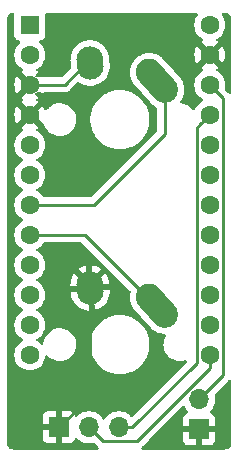
<source format=gbr>
%TF.GenerationSoftware,KiCad,Pcbnew,(6.0.6)*%
%TF.CreationDate,2022-09-08T19:20:13+10:00*%
%TF.ProjectId,milk,6d696c6b-2e6b-4696-9361-645f70636258,rev?*%
%TF.SameCoordinates,Original*%
%TF.FileFunction,Copper,L1,Top*%
%TF.FilePolarity,Positive*%
%FSLAX46Y46*%
G04 Gerber Fmt 4.6, Leading zero omitted, Abs format (unit mm)*
G04 Created by KiCad (PCBNEW (6.0.6)) date 2022-09-08 19:20:13*
%MOMM*%
%LPD*%
G01*
G04 APERTURE LIST*
G04 Aperture macros list*
%AMHorizOval*
0 Thick line with rounded ends*
0 $1 width*
0 $2 $3 position (X,Y) of the first rounded end (center of the circle)*
0 $4 $5 position (X,Y) of the second rounded end (center of the circle)*
0 Add line between two ends*
20,1,$1,$2,$3,$4,$5,0*
0 Add two circle primitives to create the rounded ends*
1,1,$1,$2,$3*
1,1,$1,$4,$5*%
G04 Aperture macros list end*
%TA.AperFunction,ComponentPad*%
%ADD10R,1.700000X1.700000*%
%TD*%
%TA.AperFunction,ComponentPad*%
%ADD11O,1.700000X1.700000*%
%TD*%
%TA.AperFunction,ComponentPad*%
%ADD12R,1.600000X1.600000*%
%TD*%
%TA.AperFunction,ComponentPad*%
%ADD13C,1.600000*%
%TD*%
%TA.AperFunction,ComponentPad*%
%ADD14C,2.250000*%
%TD*%
%TA.AperFunction,ComponentPad*%
%ADD15HorizOval,2.250000X-0.655001X0.730000X0.655001X-0.730000X0*%
%TD*%
%TA.AperFunction,ComponentPad*%
%ADD16HorizOval,2.250000X-0.020000X0.290000X0.020000X-0.290000X0*%
%TD*%
%TA.AperFunction,Conductor*%
%ADD17C,0.250000*%
%TD*%
G04 APERTURE END LIST*
D10*
%TO.P,J1,1,Pin_1*%
%TO.N,GND*%
X224875000Y-85600000D03*
D11*
%TO.P,J1,2,Pin_2*%
%TO.N,/RGB*%
X227415000Y-85600000D03*
%TO.P,J1,3,Pin_3*%
%TO.N,VCC*%
X229955000Y-85600000D03*
%TD*%
D10*
%TO.P,J4,1,Pin_1*%
%TO.N,GND*%
X236753400Y-85775800D03*
D11*
%TO.P,J4,2,Pin_2*%
%TO.N,/RST*%
X236753400Y-83235800D03*
%TD*%
D12*
%TO.P,U1,1,TX*%
%TO.N,unconnected-(U1-Pad1)*%
X222426550Y-51537235D03*
D13*
%TO.P,U1,2,RX*%
%TO.N,unconnected-(U1-Pad2)*%
X222426550Y-54077235D03*
%TO.P,U1,3,GND*%
%TO.N,GND*%
X222426550Y-56617235D03*
%TO.P,U1,4,GND*%
X222426550Y-59157235D03*
%TO.P,U1,5,SDA*%
%TO.N,unconnected-(U1-Pad5)*%
X222426550Y-61697235D03*
%TO.P,U1,6,SCL*%
%TO.N,unconnected-(U1-Pad6)*%
X222426550Y-64237235D03*
%TO.P,U1,7,D4*%
%TO.N,/k1*%
X222426550Y-66777235D03*
%TO.P,U1,8,C6*%
%TO.N,/k2*%
X222426550Y-69317235D03*
%TO.P,U1,9,D7*%
%TO.N,/RA1*%
X222426550Y-71857235D03*
%TO.P,U1,10,E6*%
%TO.N,/RB1*%
X222426550Y-74397235D03*
%TO.P,U1,11,B4*%
%TO.N,unconnected-(U1-Pad11)*%
X222426550Y-76937235D03*
%TO.P,U1,12,B5*%
%TO.N,unconnected-(U1-Pad12)*%
X222426550Y-79477235D03*
%TO.P,U1,13,B6*%
%TO.N,/RGB*%
X237666550Y-79477235D03*
%TO.P,U1,14,B2*%
%TO.N,unconnected-(U1-Pad14)*%
X237666550Y-76937235D03*
%TO.P,U1,15,B3*%
%TO.N,unconnected-(U1-Pad15)*%
X237666550Y-74397235D03*
%TO.P,U1,16,B1*%
%TO.N,unconnected-(U1-Pad16)*%
X237666550Y-71857235D03*
%TO.P,U1,17,F7*%
%TO.N,unconnected-(U1-Pad17)*%
X237666550Y-69317235D03*
%TO.P,U1,18,F6*%
%TO.N,unconnected-(U1-Pad18)*%
X237666550Y-66777235D03*
%TO.P,U1,19,F5*%
%TO.N,unconnected-(U1-Pad19)*%
X237666550Y-64237235D03*
%TO.P,U1,20,F4*%
%TO.N,unconnected-(U1-Pad20)*%
X237666550Y-61697235D03*
%TO.P,U1,21,VCC*%
%TO.N,VCC*%
X237666550Y-59157235D03*
%TO.P,U1,22,RST*%
%TO.N,/RST*%
X237666550Y-56617235D03*
%TO.P,U1,23,GND*%
%TO.N,GND*%
X237666550Y-54077235D03*
%TO.P,U1,24,RAW*%
%TO.N,unconnected-(U1-Pad24)*%
X237666550Y-51537235D03*
%TD*%
D14*
%TO.P,K1,1,COL*%
%TO.N,/k1*%
X232546550Y-55554110D03*
D15*
X233201549Y-56284110D03*
D16*
%TO.P,K1,2,ROW*%
%TO.N,unconnected-(K1-Pad2)*%
X227526550Y-54764110D03*
D14*
X227506550Y-54474110D03*
%TD*%
%TO.P,K2,1,COL*%
%TO.N,/k2*%
X232546550Y-74604110D03*
D15*
X233201549Y-75334110D03*
D16*
%TO.P,K2,2,ROW*%
%TO.N,GND*%
X227526550Y-73814110D03*
D14*
X227506550Y-73524110D03*
%TD*%
D17*
%TO.N,GND*%
X227506550Y-83013450D02*
X227506550Y-73524110D01*
X227546550Y-73564110D02*
X227506550Y-73524110D01*
X227546550Y-74104110D02*
X227546550Y-73564110D01*
X224920000Y-85600000D02*
X227506550Y-83013450D01*
%TO.N,VCC*%
X236541549Y-80158451D02*
X236541549Y-60282236D01*
X236866551Y-59957234D02*
X237666550Y-59157235D01*
X230000000Y-85600000D02*
X231100000Y-85600000D01*
X231100000Y-85600000D02*
X236541549Y-80158451D01*
X236541549Y-60282236D02*
X236866551Y-59957234D01*
%TO.N,/RGB*%
X228309999Y-86449999D02*
X227460000Y-85600000D01*
X231500154Y-86775001D02*
X228635001Y-86775001D01*
X237666550Y-79477235D02*
X237666550Y-80608605D01*
X228635001Y-86775001D02*
X228309999Y-86449999D01*
X237666550Y-80608605D02*
X231500154Y-86775001D01*
%TO.N,/RST*%
X238791551Y-81197649D02*
X238791551Y-57742236D01*
X238466549Y-57417234D02*
X237666550Y-56617235D01*
X236753400Y-83235800D02*
X238791551Y-81197649D01*
X238791551Y-57742236D02*
X238466549Y-57417234D01*
%TO.N,/k1*%
X233856550Y-60743450D02*
X227822765Y-66777235D01*
X233856550Y-57014110D02*
X233856550Y-60743450D01*
X227822765Y-66777235D02*
X222426550Y-66777235D01*
%TO.N,/k2*%
X227109675Y-69317235D02*
X222426550Y-69317235D01*
X233856550Y-76064110D02*
X227109675Y-69317235D01*
%TO.N,unconnected-(K1-Pad2)*%
X226926550Y-55054110D02*
X227546550Y-55054110D01*
X222426550Y-56617235D02*
X225363425Y-56617235D01*
X225363425Y-56617235D02*
X226926550Y-55054110D01*
%TD*%
%TA.AperFunction,Conductor*%
%TO.N,GND*%
G36*
X236615572Y-50528502D02*
G01*
X236662065Y-50582158D01*
X236672169Y-50652432D01*
X236650664Y-50706771D01*
X236529027Y-50880486D01*
X236526704Y-50885468D01*
X236526701Y-50885473D01*
X236453889Y-51041621D01*
X236432266Y-51087992D01*
X236373007Y-51309148D01*
X236353052Y-51537235D01*
X236373007Y-51765322D01*
X236432266Y-51986478D01*
X236434589Y-51991459D01*
X236434589Y-51991460D01*
X236526701Y-52188997D01*
X236526704Y-52189002D01*
X236529027Y-52193984D01*
X236660352Y-52381535D01*
X236822250Y-52543433D01*
X236826758Y-52546590D01*
X236826761Y-52546592D01*
X236868092Y-52575532D01*
X237009801Y-52674758D01*
X237014783Y-52677081D01*
X237014788Y-52677084D01*
X237049599Y-52693316D01*
X237102884Y-52740233D01*
X237122345Y-52808510D01*
X237101803Y-52876470D01*
X237049599Y-52921706D01*
X237015039Y-52937821D01*
X237005544Y-52943304D01*
X236953502Y-52979744D01*
X236945126Y-52990223D01*
X236952194Y-53003669D01*
X237653738Y-53705213D01*
X237667682Y-53712827D01*
X237669515Y-53712696D01*
X237676130Y-53708445D01*
X238381627Y-53002948D01*
X238388057Y-52991173D01*
X238378761Y-52979158D01*
X238327556Y-52943304D01*
X238318061Y-52937821D01*
X238283501Y-52921706D01*
X238230216Y-52874789D01*
X238210755Y-52806512D01*
X238231297Y-52738552D01*
X238283501Y-52693316D01*
X238318312Y-52677084D01*
X238318317Y-52677081D01*
X238323299Y-52674758D01*
X238465008Y-52575532D01*
X238506339Y-52546592D01*
X238506342Y-52546590D01*
X238510850Y-52543433D01*
X238672748Y-52381535D01*
X238804073Y-52193984D01*
X238806396Y-52189002D01*
X238806399Y-52188997D01*
X238898511Y-51991460D01*
X238898511Y-51991459D01*
X238900834Y-51986478D01*
X238960093Y-51765322D01*
X238980048Y-51537235D01*
X238960093Y-51309148D01*
X238900834Y-51087992D01*
X238879211Y-51041621D01*
X238806399Y-50885473D01*
X238806396Y-50885468D01*
X238804073Y-50880486D01*
X238682436Y-50706771D01*
X238659748Y-50639497D01*
X238677033Y-50570637D01*
X238728803Y-50522052D01*
X238785649Y-50508500D01*
X238950633Y-50508500D01*
X238970018Y-50510000D01*
X238984852Y-50512310D01*
X238984855Y-50512310D01*
X238993724Y-50513691D01*
X239002626Y-50512527D01*
X239002750Y-50512511D01*
X239033192Y-50512240D01*
X239040621Y-50513077D01*
X239095264Y-50519234D01*
X239122771Y-50525513D01*
X239199853Y-50552485D01*
X239225274Y-50564727D01*
X239294426Y-50608178D01*
X239316485Y-50625770D01*
X239374230Y-50683515D01*
X239391822Y-50705574D01*
X239435273Y-50774726D01*
X239447515Y-50800147D01*
X239474487Y-50877228D01*
X239480766Y-50904736D01*
X239487018Y-50960226D01*
X239486923Y-50975868D01*
X239487800Y-50975879D01*
X239487690Y-50984851D01*
X239486309Y-50993724D01*
X239487473Y-51002626D01*
X239487473Y-51002628D01*
X239490436Y-51025283D01*
X239491500Y-51041621D01*
X239491500Y-57240071D01*
X239471498Y-57308192D01*
X239417842Y-57354685D01*
X239347568Y-57364789D01*
X239282988Y-57335295D01*
X239263564Y-57314131D01*
X239261686Y-57311546D01*
X239261683Y-57311542D01*
X239257023Y-57305129D01*
X239222957Y-57276947D01*
X239214178Y-57268958D01*
X238975702Y-57030482D01*
X238941676Y-56968170D01*
X238943090Y-56908776D01*
X238960093Y-56845322D01*
X238980048Y-56617235D01*
X238960093Y-56389148D01*
X238948504Y-56345897D01*
X238902257Y-56173302D01*
X238902256Y-56173300D01*
X238900834Y-56167992D01*
X238888514Y-56141571D01*
X238806399Y-55965473D01*
X238806396Y-55965468D01*
X238804073Y-55960486D01*
X238672748Y-55772935D01*
X238510850Y-55611037D01*
X238506342Y-55607880D01*
X238506339Y-55607878D01*
X238380470Y-55519744D01*
X238323299Y-55479712D01*
X238318317Y-55477389D01*
X238318312Y-55477386D01*
X238283501Y-55461154D01*
X238230216Y-55414237D01*
X238210755Y-55345960D01*
X238231297Y-55278000D01*
X238283501Y-55232764D01*
X238318061Y-55216649D01*
X238327556Y-55211166D01*
X238379598Y-55174726D01*
X238387974Y-55164247D01*
X238380906Y-55150801D01*
X237679362Y-54449257D01*
X237665418Y-54441643D01*
X237663585Y-54441774D01*
X237656970Y-54446025D01*
X236951473Y-55151522D01*
X236945043Y-55163297D01*
X236954339Y-55175312D01*
X237005544Y-55211166D01*
X237015039Y-55216649D01*
X237049599Y-55232764D01*
X237102884Y-55279681D01*
X237122345Y-55347958D01*
X237101803Y-55415918D01*
X237049599Y-55461154D01*
X237014788Y-55477386D01*
X237014783Y-55477389D01*
X237009801Y-55479712D01*
X236952630Y-55519744D01*
X236826761Y-55607878D01*
X236826758Y-55607880D01*
X236822250Y-55611037D01*
X236660352Y-55772935D01*
X236529027Y-55960486D01*
X236526704Y-55965468D01*
X236526701Y-55965473D01*
X236444586Y-56141571D01*
X236432266Y-56167992D01*
X236430844Y-56173300D01*
X236430843Y-56173302D01*
X236384596Y-56345897D01*
X236373007Y-56389148D01*
X236353052Y-56617235D01*
X236373007Y-56845322D01*
X236374430Y-56850633D01*
X236374431Y-56850637D01*
X236427484Y-57048630D01*
X236432266Y-57066478D01*
X236434589Y-57071459D01*
X236434589Y-57071460D01*
X236526701Y-57268997D01*
X236526704Y-57269002D01*
X236529027Y-57273984D01*
X236660352Y-57461535D01*
X236822250Y-57623433D01*
X236826758Y-57626590D01*
X236826761Y-57626592D01*
X236849260Y-57642346D01*
X237009801Y-57754758D01*
X237014783Y-57757081D01*
X237014788Y-57757084D01*
X237049007Y-57773040D01*
X237102292Y-57819957D01*
X237121753Y-57888234D01*
X237101211Y-57956194D01*
X237049007Y-58001430D01*
X237014788Y-58017386D01*
X237014783Y-58017389D01*
X237009801Y-58019712D01*
X236952630Y-58059744D01*
X236826761Y-58147878D01*
X236826758Y-58147880D01*
X236822250Y-58151037D01*
X236660352Y-58312935D01*
X236657195Y-58317443D01*
X236657193Y-58317446D01*
X236602452Y-58395624D01*
X236529027Y-58500486D01*
X236526704Y-58505468D01*
X236526701Y-58505473D01*
X236441591Y-58687994D01*
X236394674Y-58741279D01*
X236326397Y-58760740D01*
X236258437Y-58740198D01*
X236232235Y-58717328D01*
X236094565Y-58558678D01*
X236018097Y-58495978D01*
X235917134Y-58413193D01*
X235917128Y-58413189D01*
X235913006Y-58409809D01*
X235908370Y-58407170D01*
X235908367Y-58407168D01*
X235713603Y-58296302D01*
X235708960Y-58293659D01*
X235488261Y-58213549D01*
X235483012Y-58212600D01*
X235483009Y-58212599D01*
X235389618Y-58195711D01*
X235258450Y-58171992D01*
X235194977Y-58140189D01*
X235158774Y-58079116D01*
X235161336Y-58008166D01*
X235177156Y-57976457D01*
X235271336Y-57839933D01*
X235271341Y-57839924D01*
X235274151Y-57835851D01*
X235366862Y-57642346D01*
X235383105Y-57608443D01*
X235383105Y-57608442D01*
X235385247Y-57603972D01*
X235458700Y-57357570D01*
X235492705Y-57102709D01*
X235491821Y-57066533D01*
X235487482Y-56889110D01*
X235486420Y-56845667D01*
X235462023Y-56712741D01*
X235440897Y-56597638D01*
X235440896Y-56597635D01*
X235440004Y-56592774D01*
X235433894Y-56575422D01*
X235356241Y-56354922D01*
X235356241Y-56354921D01*
X235354597Y-56350254D01*
X235232304Y-56124081D01*
X235229299Y-56120151D01*
X235229296Y-56120146D01*
X235116746Y-55972940D01*
X235116740Y-55972932D01*
X235115237Y-55970967D01*
X235110308Y-55965473D01*
X234661711Y-55465511D01*
X233776752Y-54479222D01*
X233774753Y-54476938D01*
X233708394Y-54399240D01*
X233708388Y-54399234D01*
X233705181Y-54395479D01*
X233643590Y-54342876D01*
X233638530Y-54338312D01*
X233634553Y-54334525D01*
X233579933Y-54282511D01*
X233548761Y-54261008D01*
X233538484Y-54253107D01*
X233530879Y-54246612D01*
X233509666Y-54228494D01*
X233505453Y-54225912D01*
X233505443Y-54225905D01*
X233440610Y-54186175D01*
X233434898Y-54182459D01*
X233377991Y-54143202D01*
X233368289Y-54136509D01*
X233363833Y-54134374D01*
X233363826Y-54134370D01*
X233334133Y-54120144D01*
X233322753Y-54113953D01*
X233290437Y-54094150D01*
X233285866Y-54092257D01*
X233285859Y-54092253D01*
X233262821Y-54082710D01*
X236354033Y-54082710D01*
X236373022Y-54299754D01*
X236374925Y-54310547D01*
X236431314Y-54520996D01*
X236435060Y-54531288D01*
X236527136Y-54728746D01*
X236532619Y-54738241D01*
X236569059Y-54790283D01*
X236579538Y-54798659D01*
X236592984Y-54791591D01*
X237294528Y-54090047D01*
X237300906Y-54078367D01*
X238030958Y-54078367D01*
X238031089Y-54080200D01*
X238035340Y-54086815D01*
X238740837Y-54792312D01*
X238752612Y-54798742D01*
X238764627Y-54789446D01*
X238800481Y-54738241D01*
X238805964Y-54728746D01*
X238898040Y-54531288D01*
X238901786Y-54520996D01*
X238958175Y-54310547D01*
X238960078Y-54299754D01*
X238979067Y-54082710D01*
X238979067Y-54071760D01*
X238960078Y-53854716D01*
X238958175Y-53843923D01*
X238901786Y-53633474D01*
X238898040Y-53623182D01*
X238805964Y-53425724D01*
X238800481Y-53416229D01*
X238764041Y-53364187D01*
X238753562Y-53355811D01*
X238740116Y-53362879D01*
X238038572Y-54064423D01*
X238030958Y-54078367D01*
X237300906Y-54078367D01*
X237302142Y-54076103D01*
X237302011Y-54074270D01*
X237297760Y-54067655D01*
X236592263Y-53362158D01*
X236580488Y-53355728D01*
X236568473Y-53365024D01*
X236532619Y-53416229D01*
X236527136Y-53425724D01*
X236435060Y-53623182D01*
X236431314Y-53633474D01*
X236374925Y-53843923D01*
X236373022Y-53854716D01*
X236354033Y-54071760D01*
X236354033Y-54082710D01*
X233262821Y-54082710D01*
X233215627Y-54063161D01*
X233209405Y-54060385D01*
X233162836Y-54038074D01*
X233136410Y-54025413D01*
X233100120Y-54014595D01*
X233087897Y-54010255D01*
X233057458Y-53997647D01*
X233057456Y-53997646D01*
X233052890Y-53995755D01*
X232974154Y-53976852D01*
X232967575Y-53975083D01*
X232952725Y-53970656D01*
X232890008Y-53951960D01*
X232867272Y-53948926D01*
X232852469Y-53946951D01*
X232839721Y-53944577D01*
X232807692Y-53936888D01*
X232807689Y-53936888D01*
X232802876Y-53935732D01*
X232722151Y-53929379D01*
X232715401Y-53928663D01*
X232635147Y-53917955D01*
X232630193Y-53918076D01*
X232630190Y-53918076D01*
X232597278Y-53918881D01*
X232584312Y-53918531D01*
X232551480Y-53915947D01*
X232546550Y-53915559D01*
X232465821Y-53921913D01*
X232459040Y-53922261D01*
X232378105Y-53924240D01*
X232373237Y-53925133D01*
X232373232Y-53925134D01*
X232340847Y-53931078D01*
X232327987Y-53932760D01*
X232310937Y-53934102D01*
X232290224Y-53935732D01*
X232285415Y-53936887D01*
X232285412Y-53936887D01*
X232263840Y-53942066D01*
X232211497Y-53954632D01*
X232204853Y-53956038D01*
X232125211Y-53970656D01*
X232120546Y-53972299D01*
X232120538Y-53972301D01*
X232089477Y-53983240D01*
X232077039Y-53986913D01*
X232065726Y-53989629D01*
X232045024Y-53994599D01*
X232045021Y-53994600D01*
X232040210Y-53995755D01*
X232035639Y-53997648D01*
X232035637Y-53997649D01*
X231965427Y-54026731D01*
X231959068Y-54029166D01*
X231882692Y-54056063D01*
X231849361Y-54074085D01*
X231837659Y-54079654D01*
X231807241Y-54092253D01*
X231807233Y-54092257D01*
X231802663Y-54094150D01*
X231798443Y-54096736D01*
X231733637Y-54136449D01*
X231727743Y-54139845D01*
X231656519Y-54178356D01*
X231630619Y-54198158D01*
X231626416Y-54201372D01*
X231615721Y-54208708D01*
X231587658Y-54225905D01*
X231587653Y-54225909D01*
X231583434Y-54228494D01*
X231521870Y-54281074D01*
X231516608Y-54285328D01*
X231452262Y-54334525D01*
X231448845Y-54338113D01*
X231448843Y-54338115D01*
X231446415Y-54340665D01*
X231426131Y-54361966D01*
X231416724Y-54370877D01*
X231387919Y-54395479D01*
X231384707Y-54399240D01*
X231384704Y-54399243D01*
X231335351Y-54457029D01*
X231330786Y-54462089D01*
X231274949Y-54520725D01*
X231272138Y-54524800D01*
X231272133Y-54524806D01*
X231253431Y-54551915D01*
X231245529Y-54562195D01*
X231224151Y-54587227D01*
X231220934Y-54590994D01*
X231218350Y-54595211D01*
X231218344Y-54595219D01*
X231178642Y-54660006D01*
X231174931Y-54665711D01*
X231128947Y-54732369D01*
X231117312Y-54756652D01*
X231112572Y-54766546D01*
X231106374Y-54777937D01*
X231089179Y-54805997D01*
X231089176Y-54806004D01*
X231086590Y-54810223D01*
X231084697Y-54814793D01*
X231084695Y-54814797D01*
X231055621Y-54884989D01*
X231052845Y-54891209D01*
X231017851Y-54964248D01*
X231007023Y-55000571D01*
X231002683Y-55012791D01*
X230990091Y-55043192D01*
X230988195Y-55047770D01*
X230969304Y-55126458D01*
X230967535Y-55133037D01*
X230944398Y-55210650D01*
X230943744Y-55215551D01*
X230943743Y-55215556D01*
X230939387Y-55248208D01*
X230937012Y-55260960D01*
X230929328Y-55292964D01*
X230929326Y-55292979D01*
X230928172Y-55297784D01*
X230927784Y-55302714D01*
X230921824Y-55378450D01*
X230921105Y-55385228D01*
X230910393Y-55465511D01*
X230910514Y-55470466D01*
X230910514Y-55470468D01*
X230911319Y-55503403D01*
X230910969Y-55516365D01*
X230908387Y-55549178D01*
X230907999Y-55554110D01*
X230912480Y-55611037D01*
X230914349Y-55634788D01*
X230914698Y-55641584D01*
X230916678Y-55722553D01*
X230917573Y-55727428D01*
X230923519Y-55759828D01*
X230925201Y-55772687D01*
X230928172Y-55810436D01*
X230947065Y-55889134D01*
X230948471Y-55895778D01*
X230950015Y-55904188D01*
X230962199Y-55970574D01*
X230962201Y-55970581D01*
X230963094Y-55975447D01*
X230975685Y-56011199D01*
X230979355Y-56023628D01*
X230988195Y-56060450D01*
X231018559Y-56133755D01*
X231019160Y-56135206D01*
X231021597Y-56141571D01*
X231046855Y-56213294D01*
X231046858Y-56213301D01*
X231048501Y-56217966D01*
X231066529Y-56251307D01*
X231072097Y-56263008D01*
X231084693Y-56293419D01*
X231084697Y-56293427D01*
X231086590Y-56297997D01*
X231089176Y-56302216D01*
X231089179Y-56302223D01*
X231128876Y-56367003D01*
X231132278Y-56372907D01*
X231149104Y-56404025D01*
X231170794Y-56444139D01*
X231173797Y-56448066D01*
X231193814Y-56474247D01*
X231201148Y-56484937D01*
X231220934Y-56517226D01*
X231224150Y-56520991D01*
X231273486Y-56578757D01*
X231277770Y-56584056D01*
X231287861Y-56597254D01*
X231316410Y-56629072D01*
X231318430Y-56631380D01*
X231387919Y-56712741D01*
X231396808Y-56720332D01*
X231408753Y-56731989D01*
X231925759Y-57308192D01*
X232621565Y-58083669D01*
X232683587Y-58152793D01*
X232823165Y-58285709D01*
X233034809Y-58431711D01*
X233126578Y-58475679D01*
X233151493Y-58487616D01*
X233204284Y-58535089D01*
X233223050Y-58601247D01*
X233223050Y-60428856D01*
X233203048Y-60496977D01*
X233186145Y-60517951D01*
X227597265Y-66106830D01*
X227534953Y-66140856D01*
X227508170Y-66143735D01*
X223645944Y-66143735D01*
X223577823Y-66123733D01*
X223542731Y-66090006D01*
X223435907Y-65937446D01*
X223435905Y-65937443D01*
X223432748Y-65932935D01*
X223270850Y-65771037D01*
X223266342Y-65767880D01*
X223266339Y-65767878D01*
X223188161Y-65713137D01*
X223083299Y-65639712D01*
X223078317Y-65637389D01*
X223078312Y-65637386D01*
X223044093Y-65621430D01*
X222990808Y-65574513D01*
X222971347Y-65506236D01*
X222991889Y-65438276D01*
X223044093Y-65393040D01*
X223078312Y-65377084D01*
X223078317Y-65377081D01*
X223083299Y-65374758D01*
X223188161Y-65301333D01*
X223266339Y-65246592D01*
X223266342Y-65246590D01*
X223270850Y-65243433D01*
X223432748Y-65081535D01*
X223564073Y-64893984D01*
X223566396Y-64889002D01*
X223566399Y-64888997D01*
X223658511Y-64691460D01*
X223658511Y-64691459D01*
X223660834Y-64686478D01*
X223720093Y-64465322D01*
X223740048Y-64237235D01*
X223720093Y-64009148D01*
X223660834Y-63787992D01*
X223658511Y-63783010D01*
X223566399Y-63585473D01*
X223566396Y-63585468D01*
X223564073Y-63580486D01*
X223432748Y-63392935D01*
X223270850Y-63231037D01*
X223266342Y-63227880D01*
X223266339Y-63227878D01*
X223188161Y-63173137D01*
X223083299Y-63099712D01*
X223078317Y-63097389D01*
X223078312Y-63097386D01*
X223044093Y-63081430D01*
X222990808Y-63034513D01*
X222971347Y-62966236D01*
X222991889Y-62898276D01*
X223044093Y-62853040D01*
X223078312Y-62837084D01*
X223078317Y-62837081D01*
X223083299Y-62834758D01*
X223188161Y-62761333D01*
X223266339Y-62706592D01*
X223266342Y-62706590D01*
X223270850Y-62703433D01*
X223432748Y-62541535D01*
X223564073Y-62353984D01*
X223566396Y-62349002D01*
X223566399Y-62348997D01*
X223658511Y-62151460D01*
X223658511Y-62151459D01*
X223660834Y-62146478D01*
X223720093Y-61925322D01*
X223740048Y-61697235D01*
X223720093Y-61469148D01*
X223660834Y-61247992D01*
X223631160Y-61184355D01*
X223566399Y-61045473D01*
X223566396Y-61045468D01*
X223564073Y-61040486D01*
X223446140Y-60872061D01*
X223435907Y-60857446D01*
X223435905Y-60857443D01*
X223432748Y-60852935D01*
X223270850Y-60691037D01*
X223266342Y-60687880D01*
X223266339Y-60687878D01*
X223166563Y-60618014D01*
X223083299Y-60559712D01*
X223078317Y-60557389D01*
X223078312Y-60557386D01*
X223043501Y-60541154D01*
X222990216Y-60494237D01*
X222970755Y-60425960D01*
X222991297Y-60358000D01*
X223043501Y-60312764D01*
X223078061Y-60296649D01*
X223087556Y-60291166D01*
X223139598Y-60254726D01*
X223147974Y-60244247D01*
X223140906Y-60230801D01*
X222439362Y-59529257D01*
X222425418Y-59521643D01*
X222423585Y-59521774D01*
X222416970Y-59526025D01*
X221711473Y-60231522D01*
X221705043Y-60243297D01*
X221714339Y-60255312D01*
X221765544Y-60291166D01*
X221775039Y-60296649D01*
X221809599Y-60312764D01*
X221862884Y-60359681D01*
X221882345Y-60427958D01*
X221861803Y-60495918D01*
X221809599Y-60541154D01*
X221774788Y-60557386D01*
X221774783Y-60557389D01*
X221769801Y-60559712D01*
X221686537Y-60618014D01*
X221586761Y-60687878D01*
X221586758Y-60687880D01*
X221582250Y-60691037D01*
X221420352Y-60852935D01*
X221417195Y-60857443D01*
X221417193Y-60857446D01*
X221406960Y-60872061D01*
X221289027Y-61040486D01*
X221286704Y-61045468D01*
X221286701Y-61045473D01*
X221221940Y-61184355D01*
X221192266Y-61247992D01*
X221133007Y-61469148D01*
X221113052Y-61697235D01*
X221133007Y-61925322D01*
X221192266Y-62146478D01*
X221194589Y-62151459D01*
X221194589Y-62151460D01*
X221286701Y-62348997D01*
X221286704Y-62349002D01*
X221289027Y-62353984D01*
X221420352Y-62541535D01*
X221582250Y-62703433D01*
X221586758Y-62706590D01*
X221586761Y-62706592D01*
X221664939Y-62761333D01*
X221769801Y-62834758D01*
X221774783Y-62837081D01*
X221774788Y-62837084D01*
X221809007Y-62853040D01*
X221862292Y-62899957D01*
X221881753Y-62968234D01*
X221861211Y-63036194D01*
X221809007Y-63081430D01*
X221774788Y-63097386D01*
X221774783Y-63097389D01*
X221769801Y-63099712D01*
X221664939Y-63173137D01*
X221586761Y-63227878D01*
X221586758Y-63227880D01*
X221582250Y-63231037D01*
X221420352Y-63392935D01*
X221289027Y-63580486D01*
X221286704Y-63585468D01*
X221286701Y-63585473D01*
X221194589Y-63783010D01*
X221192266Y-63787992D01*
X221133007Y-64009148D01*
X221113052Y-64237235D01*
X221133007Y-64465322D01*
X221192266Y-64686478D01*
X221194589Y-64691459D01*
X221194589Y-64691460D01*
X221286701Y-64888997D01*
X221286704Y-64889002D01*
X221289027Y-64893984D01*
X221420352Y-65081535D01*
X221582250Y-65243433D01*
X221586758Y-65246590D01*
X221586761Y-65246592D01*
X221664939Y-65301333D01*
X221769801Y-65374758D01*
X221774783Y-65377081D01*
X221774788Y-65377084D01*
X221809007Y-65393040D01*
X221862292Y-65439957D01*
X221881753Y-65508234D01*
X221861211Y-65576194D01*
X221809007Y-65621430D01*
X221774788Y-65637386D01*
X221774783Y-65637389D01*
X221769801Y-65639712D01*
X221664939Y-65713137D01*
X221586761Y-65767878D01*
X221586758Y-65767880D01*
X221582250Y-65771037D01*
X221420352Y-65932935D01*
X221289027Y-66120486D01*
X221286704Y-66125468D01*
X221286701Y-66125473D01*
X221194589Y-66323010D01*
X221192266Y-66327992D01*
X221133007Y-66549148D01*
X221113052Y-66777235D01*
X221133007Y-67005322D01*
X221134431Y-67010635D01*
X221134431Y-67010637D01*
X221187484Y-67208630D01*
X221192266Y-67226478D01*
X221194589Y-67231459D01*
X221194589Y-67231460D01*
X221286701Y-67428997D01*
X221286704Y-67429002D01*
X221289027Y-67433984D01*
X221420352Y-67621535D01*
X221582250Y-67783433D01*
X221586758Y-67786590D01*
X221586761Y-67786592D01*
X221664939Y-67841333D01*
X221769801Y-67914758D01*
X221774783Y-67917081D01*
X221774788Y-67917084D01*
X221809007Y-67933040D01*
X221862292Y-67979957D01*
X221881753Y-68048234D01*
X221861211Y-68116194D01*
X221809007Y-68161430D01*
X221774788Y-68177386D01*
X221774783Y-68177389D01*
X221769801Y-68179712D01*
X221664939Y-68253137D01*
X221586761Y-68307878D01*
X221586758Y-68307880D01*
X221582250Y-68311037D01*
X221420352Y-68472935D01*
X221289027Y-68660486D01*
X221286704Y-68665468D01*
X221286701Y-68665473D01*
X221205959Y-68838627D01*
X221192266Y-68867992D01*
X221133007Y-69089148D01*
X221113052Y-69317235D01*
X221133007Y-69545322D01*
X221192266Y-69766478D01*
X221194589Y-69771459D01*
X221194589Y-69771460D01*
X221286701Y-69968997D01*
X221286704Y-69969002D01*
X221289027Y-69973984D01*
X221420352Y-70161535D01*
X221582250Y-70323433D01*
X221586758Y-70326590D01*
X221586761Y-70326592D01*
X221664939Y-70381333D01*
X221769801Y-70454758D01*
X221774783Y-70457081D01*
X221774788Y-70457084D01*
X221809007Y-70473040D01*
X221862292Y-70519957D01*
X221881753Y-70588234D01*
X221861211Y-70656194D01*
X221809007Y-70701430D01*
X221774788Y-70717386D01*
X221774783Y-70717389D01*
X221769801Y-70719712D01*
X221664939Y-70793137D01*
X221586761Y-70847878D01*
X221586758Y-70847880D01*
X221582250Y-70851037D01*
X221420352Y-71012935D01*
X221289027Y-71200486D01*
X221286704Y-71205468D01*
X221286701Y-71205473D01*
X221194589Y-71403010D01*
X221192266Y-71407992D01*
X221133007Y-71629148D01*
X221113052Y-71857235D01*
X221133007Y-72085322D01*
X221134431Y-72090635D01*
X221134431Y-72090637D01*
X221167266Y-72213176D01*
X221192266Y-72306478D01*
X221194589Y-72311459D01*
X221194589Y-72311460D01*
X221286701Y-72508997D01*
X221286704Y-72509002D01*
X221289027Y-72513984D01*
X221420352Y-72701535D01*
X221582250Y-72863433D01*
X221586758Y-72866590D01*
X221586761Y-72866592D01*
X221603402Y-72878244D01*
X221769801Y-72994758D01*
X221774783Y-72997081D01*
X221774788Y-72997084D01*
X221809007Y-73013040D01*
X221862292Y-73059957D01*
X221881753Y-73128234D01*
X221861211Y-73196194D01*
X221809007Y-73241430D01*
X221774788Y-73257386D01*
X221774783Y-73257389D01*
X221769801Y-73259712D01*
X221742978Y-73278494D01*
X221586761Y-73387878D01*
X221586758Y-73387880D01*
X221582250Y-73391037D01*
X221420352Y-73552935D01*
X221417195Y-73557443D01*
X221417193Y-73557446D01*
X221362452Y-73635624D01*
X221289027Y-73740486D01*
X221286704Y-73745468D01*
X221286701Y-73745473D01*
X221194589Y-73943010D01*
X221192266Y-73947992D01*
X221190844Y-73953300D01*
X221190843Y-73953302D01*
X221150126Y-74105258D01*
X221133007Y-74169148D01*
X221113052Y-74397235D01*
X221133007Y-74625322D01*
X221134431Y-74630635D01*
X221134431Y-74630637D01*
X221182446Y-74809828D01*
X221192266Y-74846478D01*
X221194589Y-74851459D01*
X221194589Y-74851460D01*
X221286701Y-75048997D01*
X221286704Y-75049002D01*
X221289027Y-75053984D01*
X221420352Y-75241535D01*
X221582250Y-75403433D01*
X221586758Y-75406590D01*
X221586761Y-75406592D01*
X221664939Y-75461333D01*
X221769801Y-75534758D01*
X221774783Y-75537081D01*
X221774788Y-75537084D01*
X221809007Y-75553040D01*
X221862292Y-75599957D01*
X221881753Y-75668234D01*
X221861211Y-75736194D01*
X221809007Y-75781430D01*
X221774788Y-75797386D01*
X221774783Y-75797389D01*
X221769801Y-75799712D01*
X221664939Y-75873137D01*
X221586761Y-75927878D01*
X221586758Y-75927880D01*
X221582250Y-75931037D01*
X221420352Y-76092935D01*
X221417195Y-76097443D01*
X221417193Y-76097446D01*
X221378498Y-76152709D01*
X221289027Y-76280486D01*
X221286704Y-76285468D01*
X221286701Y-76285473D01*
X221229767Y-76407570D01*
X221192266Y-76487992D01*
X221133007Y-76709148D01*
X221113052Y-76937235D01*
X221133007Y-77165322D01*
X221134431Y-77170635D01*
X221134431Y-77170637D01*
X221182434Y-77349783D01*
X221192266Y-77386478D01*
X221194589Y-77391459D01*
X221194589Y-77391460D01*
X221286701Y-77588997D01*
X221286704Y-77589002D01*
X221289027Y-77593984D01*
X221420352Y-77781535D01*
X221582250Y-77943433D01*
X221586758Y-77946590D01*
X221586761Y-77946592D01*
X221651185Y-77991702D01*
X221769801Y-78074758D01*
X221774783Y-78077081D01*
X221774788Y-78077084D01*
X221809007Y-78093040D01*
X221862292Y-78139957D01*
X221881753Y-78208234D01*
X221861211Y-78276194D01*
X221809007Y-78321430D01*
X221774788Y-78337386D01*
X221774783Y-78337389D01*
X221769801Y-78339712D01*
X221664939Y-78413137D01*
X221586761Y-78467878D01*
X221586758Y-78467880D01*
X221582250Y-78471037D01*
X221420352Y-78632935D01*
X221289027Y-78820486D01*
X221286704Y-78825468D01*
X221286701Y-78825473D01*
X221194589Y-79023010D01*
X221192266Y-79027992D01*
X221190844Y-79033300D01*
X221190843Y-79033302D01*
X221167236Y-79121403D01*
X221133007Y-79249148D01*
X221113052Y-79477235D01*
X221133007Y-79705322D01*
X221192266Y-79926478D01*
X221194589Y-79931459D01*
X221194589Y-79931460D01*
X221286701Y-80128997D01*
X221286704Y-80129002D01*
X221289027Y-80133984D01*
X221420352Y-80321535D01*
X221582250Y-80483433D01*
X221586758Y-80486590D01*
X221586761Y-80486592D01*
X221664939Y-80541333D01*
X221769801Y-80614758D01*
X221774783Y-80617081D01*
X221774788Y-80617084D01*
X221972325Y-80709196D01*
X221977307Y-80711519D01*
X221982615Y-80712941D01*
X221982617Y-80712942D01*
X222193148Y-80769354D01*
X222193150Y-80769354D01*
X222198463Y-80770778D01*
X222426550Y-80790733D01*
X222654637Y-80770778D01*
X222659950Y-80769354D01*
X222659952Y-80769354D01*
X222870483Y-80712942D01*
X222870485Y-80712941D01*
X222875793Y-80711519D01*
X222880775Y-80709196D01*
X223078312Y-80617084D01*
X223078317Y-80617081D01*
X223083299Y-80614758D01*
X223188161Y-80541333D01*
X223266339Y-80486592D01*
X223266342Y-80486590D01*
X223270850Y-80483433D01*
X223432748Y-80321535D01*
X223564073Y-80133984D01*
X223566396Y-80129002D01*
X223566399Y-80128997D01*
X223658511Y-79931460D01*
X223658511Y-79931459D01*
X223660834Y-79926478D01*
X223720093Y-79705322D01*
X223720572Y-79699846D01*
X223720573Y-79699841D01*
X223728099Y-79613810D01*
X223753962Y-79547692D01*
X223811466Y-79506052D01*
X223882353Y-79502111D01*
X223948785Y-79542210D01*
X223998535Y-79599542D01*
X224002667Y-79602930D01*
X224175966Y-79745027D01*
X224175972Y-79745031D01*
X224180094Y-79748411D01*
X224184730Y-79751050D01*
X224184733Y-79751052D01*
X224295958Y-79814365D01*
X224384140Y-79864561D01*
X224604839Y-79944671D01*
X224610088Y-79945620D01*
X224610091Y-79945621D01*
X224691165Y-79960281D01*
X224835880Y-79986450D01*
X224840019Y-79986645D01*
X224840026Y-79986646D01*
X224858990Y-79987540D01*
X224858999Y-79987540D01*
X224860479Y-79987610D01*
X225025500Y-79987610D01*
X225106849Y-79980707D01*
X225195187Y-79973212D01*
X225195191Y-79973211D01*
X225200498Y-79972761D01*
X225205653Y-79971423D01*
X225205659Y-79971422D01*
X225422585Y-79915119D01*
X225422584Y-79915119D01*
X225427756Y-79913777D01*
X225432622Y-79911585D01*
X225432625Y-79911584D01*
X225636967Y-79819534D01*
X225636970Y-79819533D01*
X225641828Y-79817344D01*
X225836591Y-79686222D01*
X226006477Y-79524159D01*
X226146628Y-79335789D01*
X226187893Y-79254628D01*
X226250619Y-79131254D01*
X226250619Y-79131253D01*
X226253037Y-79126498D01*
X226322661Y-78902270D01*
X226333501Y-78820486D01*
X226341313Y-78761548D01*
X227544150Y-78761548D01*
X227583614Y-79073940D01*
X227661920Y-79378923D01*
X227777834Y-79671687D01*
X227779736Y-79675146D01*
X227779737Y-79675149D01*
X227911662Y-79915119D01*
X227929526Y-79947614D01*
X228114605Y-80202354D01*
X228330152Y-80431888D01*
X228572768Y-80632597D01*
X228838626Y-80801316D01*
X228842205Y-80803000D01*
X228842212Y-80803004D01*
X229119944Y-80933694D01*
X229119948Y-80933696D01*
X229123534Y-80935383D01*
X229422998Y-81032685D01*
X229732296Y-81091687D01*
X229825850Y-81097573D01*
X229965908Y-81106385D01*
X229965924Y-81106386D01*
X229967903Y-81106510D01*
X230125197Y-81106510D01*
X230127176Y-81106386D01*
X230127192Y-81106385D01*
X230267250Y-81097573D01*
X230360804Y-81091687D01*
X230670102Y-81032685D01*
X230969566Y-80935383D01*
X230973152Y-80933696D01*
X230973156Y-80933694D01*
X231250888Y-80803004D01*
X231250895Y-80803000D01*
X231254474Y-80801316D01*
X231520332Y-80632597D01*
X231762948Y-80431888D01*
X231978495Y-80202354D01*
X232163574Y-79947614D01*
X232181439Y-79915119D01*
X232313363Y-79675149D01*
X232313364Y-79675146D01*
X232315266Y-79671687D01*
X232431180Y-79378923D01*
X232509486Y-79073940D01*
X232548950Y-78761548D01*
X232548950Y-78446672D01*
X232509486Y-78134280D01*
X232431180Y-77829297D01*
X232315266Y-77536533D01*
X232309299Y-77525679D01*
X232165483Y-77264078D01*
X232165481Y-77264075D01*
X232163574Y-77260606D01*
X231978495Y-77005866D01*
X231762948Y-76776332D01*
X231520332Y-76575623D01*
X231337040Y-76459302D01*
X231257821Y-76409028D01*
X231257820Y-76409028D01*
X231254474Y-76406904D01*
X231250895Y-76405220D01*
X231250888Y-76405216D01*
X230973156Y-76274526D01*
X230973152Y-76274524D01*
X230969566Y-76272837D01*
X230670102Y-76175535D01*
X230360804Y-76116533D01*
X230267250Y-76110647D01*
X230127192Y-76101835D01*
X230127176Y-76101834D01*
X230125197Y-76101710D01*
X229967903Y-76101710D01*
X229965924Y-76101834D01*
X229965908Y-76101835D01*
X229825850Y-76110647D01*
X229732296Y-76116533D01*
X229422998Y-76175535D01*
X229123534Y-76272837D01*
X229119948Y-76274524D01*
X229119944Y-76274526D01*
X228842212Y-76405216D01*
X228842205Y-76405220D01*
X228838626Y-76406904D01*
X228835280Y-76409028D01*
X228835279Y-76409028D01*
X228756060Y-76459302D01*
X228572768Y-76575623D01*
X228330152Y-76776332D01*
X228114605Y-77005866D01*
X227929526Y-77260606D01*
X227927619Y-77264075D01*
X227927617Y-77264078D01*
X227783801Y-77525679D01*
X227777834Y-77536533D01*
X227661920Y-77829297D01*
X227583614Y-78134280D01*
X227544150Y-78446672D01*
X227544150Y-78761548D01*
X226341313Y-78761548D01*
X226352811Y-78674800D01*
X226352811Y-78674797D01*
X226353511Y-78669517D01*
X226344702Y-78434894D01*
X226320895Y-78321430D01*
X226297585Y-78210336D01*
X226297584Y-78210333D01*
X226296488Y-78205109D01*
X226210248Y-77986733D01*
X226088446Y-77786010D01*
X225934565Y-77608678D01*
X225910562Y-77588997D01*
X225757134Y-77463193D01*
X225757128Y-77463189D01*
X225753006Y-77459809D01*
X225748370Y-77457170D01*
X225748367Y-77457168D01*
X225553603Y-77346302D01*
X225548960Y-77343659D01*
X225328261Y-77263549D01*
X225323012Y-77262600D01*
X225323009Y-77262599D01*
X225241935Y-77247939D01*
X225097220Y-77221770D01*
X225093081Y-77221575D01*
X225093074Y-77221574D01*
X225074110Y-77220680D01*
X225074101Y-77220680D01*
X225072621Y-77220610D01*
X224907600Y-77220610D01*
X224826251Y-77227513D01*
X224737913Y-77235008D01*
X224737909Y-77235009D01*
X224732602Y-77235459D01*
X224727447Y-77236797D01*
X224727441Y-77236798D01*
X224549727Y-77282924D01*
X224505344Y-77294443D01*
X224500478Y-77296635D01*
X224500475Y-77296636D01*
X224296133Y-77388686D01*
X224296130Y-77388687D01*
X224291272Y-77390876D01*
X224096509Y-77521998D01*
X223926623Y-77684061D01*
X223786472Y-77872431D01*
X223784056Y-77877182D01*
X223784054Y-77877186D01*
X223685209Y-78071601D01*
X223680063Y-78081722D01*
X223610439Y-78305950D01*
X223609738Y-78311239D01*
X223584910Y-78498555D01*
X223556130Y-78563457D01*
X223496831Y-78602497D01*
X223425838Y-78603279D01*
X223370907Y-78571094D01*
X223270850Y-78471037D01*
X223266342Y-78467880D01*
X223266339Y-78467878D01*
X223188161Y-78413137D01*
X223083299Y-78339712D01*
X223078317Y-78337389D01*
X223078312Y-78337386D01*
X223044093Y-78321430D01*
X222990808Y-78274513D01*
X222971347Y-78206236D01*
X222991889Y-78138276D01*
X223044093Y-78093040D01*
X223078312Y-78077084D01*
X223078317Y-78077081D01*
X223083299Y-78074758D01*
X223201915Y-77991702D01*
X223266339Y-77946592D01*
X223266342Y-77946590D01*
X223270850Y-77943433D01*
X223432748Y-77781535D01*
X223564073Y-77593984D01*
X223566396Y-77589002D01*
X223566399Y-77588997D01*
X223658511Y-77391460D01*
X223658511Y-77391459D01*
X223660834Y-77386478D01*
X223670667Y-77349783D01*
X223718669Y-77170637D01*
X223718669Y-77170635D01*
X223720093Y-77165322D01*
X223740048Y-76937235D01*
X223720093Y-76709148D01*
X223660834Y-76487992D01*
X223623333Y-76407570D01*
X223566399Y-76285473D01*
X223566396Y-76285468D01*
X223564073Y-76280486D01*
X223474602Y-76152709D01*
X223435907Y-76097446D01*
X223435905Y-76097443D01*
X223432748Y-76092935D01*
X223270850Y-75931037D01*
X223266342Y-75927880D01*
X223266339Y-75927878D01*
X223188161Y-75873137D01*
X223083299Y-75799712D01*
X223078317Y-75797389D01*
X223078312Y-75797386D01*
X223044093Y-75781430D01*
X222990808Y-75734513D01*
X222971347Y-75666236D01*
X222991889Y-75598276D01*
X223044093Y-75553040D01*
X223078312Y-75537084D01*
X223078317Y-75537081D01*
X223083299Y-75534758D01*
X223188161Y-75461333D01*
X223266339Y-75406592D01*
X223266342Y-75406590D01*
X223270850Y-75403433D01*
X223432748Y-75241535D01*
X223564073Y-75053984D01*
X223566396Y-75049002D01*
X223566399Y-75048997D01*
X223658511Y-74851460D01*
X223658511Y-74851459D01*
X223660834Y-74846478D01*
X223670655Y-74809828D01*
X223718669Y-74630637D01*
X223718669Y-74630635D01*
X223720093Y-74625322D01*
X223740048Y-74397235D01*
X223722213Y-74193380D01*
X225915828Y-74193380D01*
X225921664Y-74278003D01*
X225922198Y-74282927D01*
X225949404Y-74466165D01*
X225951617Y-74475793D01*
X226025706Y-74711558D01*
X226029394Y-74720713D01*
X226139454Y-74941988D01*
X226144534Y-74950460D01*
X226287858Y-75151800D01*
X226294185Y-75159356D01*
X226467250Y-75335804D01*
X226474682Y-75342277D01*
X226673207Y-75489473D01*
X226681579Y-75494716D01*
X226900682Y-75609040D01*
X226909762Y-75612905D01*
X227144063Y-75691550D01*
X227153629Y-75693944D01*
X227391935Y-75734058D01*
X227401198Y-75731436D01*
X227403373Y-75719792D01*
X227291875Y-74103059D01*
X227286361Y-74088160D01*
X227284892Y-74087055D01*
X227277110Y-74085916D01*
X225932971Y-74178615D01*
X225918072Y-74184129D01*
X225916967Y-74185598D01*
X225915828Y-74193380D01*
X223722213Y-74193380D01*
X223720093Y-74169148D01*
X223702974Y-74105258D01*
X223691798Y-74063550D01*
X227798356Y-74063550D01*
X227910027Y-75682785D01*
X227915381Y-75697250D01*
X227921773Y-75697931D01*
X228153998Y-75624954D01*
X228163153Y-75621266D01*
X228384430Y-75511204D01*
X228392895Y-75506129D01*
X228594235Y-75362807D01*
X228601802Y-75356470D01*
X228778244Y-75183411D01*
X228784717Y-75175979D01*
X228931913Y-74977454D01*
X228937156Y-74969082D01*
X229051480Y-74749979D01*
X229055345Y-74740899D01*
X229133990Y-74506598D01*
X229136384Y-74497032D01*
X229177408Y-74253318D01*
X229178278Y-74243485D01*
X229180071Y-74058257D01*
X229179924Y-74053287D01*
X229174403Y-73973229D01*
X229168889Y-73958330D01*
X229167420Y-73957225D01*
X229159638Y-73956086D01*
X227815499Y-74048785D01*
X227800600Y-74054299D01*
X227799495Y-74055768D01*
X227798356Y-74063550D01*
X223691798Y-74063550D01*
X223662257Y-73953302D01*
X223662256Y-73953300D01*
X223660834Y-73947992D01*
X223658511Y-73943010D01*
X223566399Y-73745473D01*
X223566396Y-73745468D01*
X223564073Y-73740486D01*
X223490648Y-73635624D01*
X223435907Y-73557446D01*
X223435905Y-73557443D01*
X223432748Y-73552935D01*
X223408854Y-73529041D01*
X225868888Y-73529041D01*
X225877925Y-73643878D01*
X225878014Y-73645091D01*
X225878697Y-73654990D01*
X225884211Y-73669889D01*
X225885681Y-73670995D01*
X225893460Y-73672134D01*
X227186843Y-73582935D01*
X227197572Y-73578964D01*
X227192049Y-73568819D01*
X227157509Y-73534279D01*
X227860171Y-73534279D01*
X227865193Y-73536152D01*
X229120561Y-73449575D01*
X229135460Y-73444061D01*
X229136370Y-73442850D01*
X229137549Y-73434518D01*
X229135179Y-73404403D01*
X229135090Y-73403186D01*
X229131437Y-73350224D01*
X229130902Y-73345289D01*
X229130744Y-73344229D01*
X229129763Y-73335593D01*
X229124822Y-73272800D01*
X229123277Y-73263046D01*
X229112558Y-73218398D01*
X229110443Y-73207491D01*
X229103695Y-73162048D01*
X229101487Y-73152444D01*
X229082603Y-73092350D01*
X229080289Y-73083990D01*
X229065581Y-73022729D01*
X229062538Y-73013362D01*
X229044958Y-72970921D01*
X229041162Y-72960475D01*
X229027394Y-72916663D01*
X229023705Y-72907508D01*
X228995657Y-72851117D01*
X228992063Y-72843221D01*
X228967956Y-72785022D01*
X228963481Y-72776238D01*
X228939479Y-72737071D01*
X228934097Y-72727349D01*
X228913644Y-72686228D01*
X228908572Y-72677768D01*
X228872037Y-72626444D01*
X228867253Y-72619209D01*
X228837208Y-72570181D01*
X228829149Y-72564920D01*
X228818943Y-72570927D01*
X227865680Y-73524190D01*
X227860171Y-73534279D01*
X227157509Y-73534279D01*
X226195616Y-72572386D01*
X226182079Y-72564994D01*
X226176812Y-72568679D01*
X226154757Y-72604669D01*
X226148538Y-72613879D01*
X226121185Y-72650770D01*
X226115944Y-72659139D01*
X226086809Y-72714977D01*
X226082534Y-72722525D01*
X226049624Y-72776230D01*
X226045144Y-72785023D01*
X226027569Y-72827452D01*
X226022868Y-72837521D01*
X226001620Y-72878244D01*
X225997753Y-72887329D01*
X225977713Y-72947032D01*
X225974672Y-72955155D01*
X225950566Y-73013353D01*
X225947516Y-73022740D01*
X225936796Y-73067391D01*
X225933729Y-73078070D01*
X225919110Y-73121624D01*
X225916716Y-73131185D01*
X225906260Y-73193302D01*
X225904527Y-73201799D01*
X225889821Y-73263057D01*
X225888279Y-73272788D01*
X225884674Y-73318596D01*
X225883314Y-73329624D01*
X225875693Y-73374900D01*
X225874823Y-73384736D01*
X225874213Y-73447706D01*
X225873831Y-73456371D01*
X225868888Y-73519180D01*
X225868888Y-73529041D01*
X223408854Y-73529041D01*
X223270850Y-73391037D01*
X223266342Y-73387880D01*
X223266339Y-73387878D01*
X223110122Y-73278494D01*
X223083299Y-73259712D01*
X223078317Y-73257389D01*
X223078312Y-73257386D01*
X223044093Y-73241430D01*
X222990808Y-73194513D01*
X222971347Y-73126236D01*
X222991889Y-73058276D01*
X223044093Y-73013040D01*
X223078312Y-72997084D01*
X223078317Y-72997081D01*
X223083299Y-72994758D01*
X223249698Y-72878244D01*
X223266339Y-72866592D01*
X223266342Y-72866590D01*
X223270850Y-72863433D01*
X223432748Y-72701535D01*
X223564073Y-72513984D01*
X223566396Y-72509002D01*
X223566399Y-72508997D01*
X223658511Y-72311460D01*
X223658511Y-72311459D01*
X223660834Y-72306478D01*
X223685835Y-72213176D01*
X223688961Y-72201511D01*
X226547360Y-72201511D01*
X226553367Y-72211717D01*
X227193667Y-72852017D01*
X227203756Y-72857526D01*
X227205629Y-72852504D01*
X227143073Y-71945435D01*
X227137719Y-71930970D01*
X227131330Y-71930290D01*
X227074790Y-71948057D01*
X227066430Y-71950371D01*
X227005169Y-71965079D01*
X226995802Y-71968122D01*
X226953361Y-71985702D01*
X226942915Y-71989498D01*
X226899103Y-72003266D01*
X226889948Y-72006955D01*
X226833557Y-72035003D01*
X226825661Y-72038597D01*
X226767462Y-72062704D01*
X226758678Y-72067179D01*
X226719511Y-72091181D01*
X226709789Y-72096563D01*
X226668668Y-72117016D01*
X226660208Y-72122088D01*
X226608884Y-72158623D01*
X226601649Y-72163407D01*
X226552621Y-72193452D01*
X226547360Y-72201511D01*
X223688961Y-72201511D01*
X223718669Y-72090637D01*
X223718669Y-72090635D01*
X223720093Y-72085322D01*
X223735569Y-71908429D01*
X227649727Y-71908429D01*
X227720305Y-72931823D01*
X227724276Y-72942552D01*
X227734421Y-72937029D01*
X228458274Y-72213176D01*
X228465666Y-72199639D01*
X228461981Y-72194372D01*
X228425991Y-72172317D01*
X228416781Y-72166098D01*
X228379890Y-72138745D01*
X228371521Y-72133504D01*
X228315683Y-72104369D01*
X228308135Y-72100094D01*
X228254430Y-72067184D01*
X228245637Y-72062704D01*
X228203208Y-72045129D01*
X228193139Y-72040428D01*
X228152416Y-72019180D01*
X228143331Y-72015313D01*
X228083628Y-71995273D01*
X228075505Y-71992232D01*
X228017307Y-71968126D01*
X228007920Y-71965076D01*
X227963269Y-71954356D01*
X227952590Y-71951289D01*
X227909036Y-71936670D01*
X227899475Y-71934276D01*
X227837358Y-71923820D01*
X227828861Y-71922087D01*
X227767603Y-71907381D01*
X227757872Y-71905839D01*
X227712064Y-71902234D01*
X227701036Y-71900874D01*
X227661165Y-71894163D01*
X227651902Y-71896785D01*
X227649727Y-71908429D01*
X223735569Y-71908429D01*
X223740048Y-71857235D01*
X223720093Y-71629148D01*
X223660834Y-71407992D01*
X223658511Y-71403010D01*
X223566399Y-71205473D01*
X223566396Y-71205468D01*
X223564073Y-71200486D01*
X223432748Y-71012935D01*
X223270850Y-70851037D01*
X223266342Y-70847880D01*
X223266339Y-70847878D01*
X223188161Y-70793137D01*
X223083299Y-70719712D01*
X223078317Y-70717389D01*
X223078312Y-70717386D01*
X223044093Y-70701430D01*
X222990808Y-70654513D01*
X222971347Y-70586236D01*
X222991889Y-70518276D01*
X223044093Y-70473040D01*
X223078312Y-70457084D01*
X223078317Y-70457081D01*
X223083299Y-70454758D01*
X223188161Y-70381333D01*
X223266339Y-70326592D01*
X223266342Y-70326590D01*
X223270850Y-70323433D01*
X223432748Y-70161535D01*
X223542731Y-70004464D01*
X223598188Y-69960136D01*
X223645944Y-69950735D01*
X226795081Y-69950735D01*
X226863202Y-69970737D01*
X226884176Y-69987640D01*
X230939482Y-74042946D01*
X230973508Y-74105258D01*
X230972905Y-74161456D01*
X230969303Y-74176459D01*
X230967535Y-74183037D01*
X230944398Y-74260650D01*
X230943744Y-74265551D01*
X230943743Y-74265556D01*
X230939387Y-74298208D01*
X230937012Y-74310960D01*
X230929328Y-74342964D01*
X230929326Y-74342979D01*
X230928172Y-74347784D01*
X230927784Y-74352714D01*
X230921824Y-74428450D01*
X230921105Y-74435228D01*
X230910393Y-74515511D01*
X230910514Y-74520466D01*
X230910514Y-74520468D01*
X230911319Y-74553403D01*
X230910969Y-74566365D01*
X230907999Y-74604110D01*
X230909669Y-74625322D01*
X230914349Y-74684788D01*
X230914698Y-74691584D01*
X230916678Y-74772553D01*
X230917573Y-74777428D01*
X230923519Y-74809828D01*
X230925201Y-74822687D01*
X230928172Y-74860436D01*
X230947065Y-74939134D01*
X230948472Y-74945782D01*
X230962199Y-75020574D01*
X230962201Y-75020581D01*
X230963094Y-75025447D01*
X230975685Y-75061199D01*
X230979355Y-75073628D01*
X230988195Y-75110450D01*
X231012922Y-75170146D01*
X231019160Y-75185206D01*
X231021597Y-75191571D01*
X231046855Y-75263294D01*
X231046858Y-75263301D01*
X231048501Y-75267966D01*
X231066529Y-75301307D01*
X231072097Y-75313008D01*
X231084693Y-75343419D01*
X231084697Y-75343427D01*
X231086590Y-75347997D01*
X231089176Y-75352216D01*
X231089179Y-75352223D01*
X231128876Y-75417003D01*
X231132278Y-75422907D01*
X231170794Y-75494139D01*
X231183842Y-75511204D01*
X231193814Y-75524247D01*
X231201148Y-75534937D01*
X231220934Y-75567226D01*
X231224150Y-75570991D01*
X231273486Y-75628757D01*
X231277770Y-75634056D01*
X231287861Y-75647254D01*
X231316410Y-75679072D01*
X231318430Y-75681380D01*
X231387919Y-75762741D01*
X231396808Y-75770332D01*
X231408753Y-75781989D01*
X231856036Y-76280486D01*
X232654735Y-77170637D01*
X232683587Y-77202793D01*
X232823165Y-77335709D01*
X233034809Y-77481711D01*
X233039278Y-77483852D01*
X233262225Y-77590669D01*
X233262228Y-77590670D01*
X233266688Y-77592807D01*
X233271430Y-77594221D01*
X233271431Y-77594221D01*
X233308563Y-77605290D01*
X233513091Y-77666260D01*
X233767951Y-77700265D01*
X233772905Y-77700144D01*
X233772907Y-77700144D01*
X233790412Y-77699716D01*
X233826257Y-77698839D01*
X233894846Y-77717169D01*
X233942637Y-77769672D01*
X233954456Y-77839678D01*
X233941654Y-77881905D01*
X233842483Y-78076961D01*
X233842481Y-78076966D01*
X233840063Y-78081722D01*
X233770439Y-78305950D01*
X233769738Y-78311239D01*
X233752642Y-78440226D01*
X233739589Y-78538703D01*
X233739789Y-78544032D01*
X233739789Y-78544033D01*
X233742970Y-78628748D01*
X233748398Y-78773326D01*
X233749493Y-78778544D01*
X233774344Y-78896981D01*
X233796612Y-79003111D01*
X233882852Y-79221487D01*
X234004654Y-79422210D01*
X234158535Y-79599542D01*
X234162667Y-79602930D01*
X234335966Y-79745027D01*
X234335972Y-79745031D01*
X234340094Y-79748411D01*
X234344730Y-79751050D01*
X234344733Y-79751052D01*
X234455958Y-79814365D01*
X234544140Y-79864561D01*
X234764839Y-79944671D01*
X234770088Y-79945620D01*
X234770091Y-79945621D01*
X234851165Y-79960281D01*
X234995880Y-79986450D01*
X235000019Y-79986645D01*
X235000026Y-79986646D01*
X235018990Y-79987540D01*
X235018999Y-79987540D01*
X235020479Y-79987610D01*
X235185500Y-79987610D01*
X235266849Y-79980707D01*
X235355187Y-79973212D01*
X235355191Y-79973211D01*
X235360498Y-79972761D01*
X235365653Y-79971423D01*
X235365659Y-79971422D01*
X235548265Y-79924027D01*
X235619226Y-79926274D01*
X235677707Y-79966529D01*
X235705142Y-80032011D01*
X235692818Y-80101930D01*
X235669014Y-80135081D01*
X231128794Y-84675301D01*
X231066482Y-84709327D01*
X230995667Y-84704262D01*
X230946506Y-84671006D01*
X230888152Y-84606876D01*
X230888142Y-84606867D01*
X230884670Y-84603051D01*
X230880619Y-84599852D01*
X230880615Y-84599848D01*
X230713414Y-84467800D01*
X230713410Y-84467798D01*
X230709359Y-84464598D01*
X230513789Y-84356638D01*
X230508920Y-84354914D01*
X230508916Y-84354912D01*
X230308087Y-84283795D01*
X230308083Y-84283794D01*
X230303212Y-84282069D01*
X230298119Y-84281162D01*
X230298116Y-84281161D01*
X230088373Y-84243800D01*
X230088367Y-84243799D01*
X230083284Y-84242894D01*
X230009452Y-84241992D01*
X229865081Y-84240228D01*
X229865079Y-84240228D01*
X229859911Y-84240165D01*
X229639091Y-84273955D01*
X229426756Y-84343357D01*
X229228607Y-84446507D01*
X229224474Y-84449610D01*
X229224471Y-84449612D01*
X229064028Y-84570076D01*
X229049965Y-84580635D01*
X228895629Y-84742138D01*
X228788201Y-84899621D01*
X228733293Y-84944621D01*
X228662768Y-84952792D01*
X228599021Y-84921538D01*
X228578324Y-84897054D01*
X228497822Y-84772617D01*
X228497820Y-84772614D01*
X228495014Y-84768277D01*
X228344670Y-84603051D01*
X228340619Y-84599852D01*
X228340615Y-84599848D01*
X228173414Y-84467800D01*
X228173410Y-84467798D01*
X228169359Y-84464598D01*
X227973789Y-84356638D01*
X227968920Y-84354914D01*
X227968916Y-84354912D01*
X227768087Y-84283795D01*
X227768083Y-84283794D01*
X227763212Y-84282069D01*
X227758119Y-84281162D01*
X227758116Y-84281161D01*
X227548373Y-84243800D01*
X227548367Y-84243799D01*
X227543284Y-84242894D01*
X227469452Y-84241992D01*
X227325081Y-84240228D01*
X227325079Y-84240228D01*
X227319911Y-84240165D01*
X227099091Y-84273955D01*
X226886756Y-84343357D01*
X226688607Y-84446507D01*
X226684474Y-84449610D01*
X226684471Y-84449612D01*
X226524028Y-84570076D01*
X226509965Y-84580635D01*
X226493798Y-84597553D01*
X226428898Y-84665466D01*
X226367374Y-84700895D01*
X226296462Y-84697438D01*
X226238676Y-84656192D01*
X226219823Y-84622644D01*
X226178324Y-84511946D01*
X226169786Y-84496351D01*
X226093285Y-84394276D01*
X226080724Y-84381715D01*
X225978649Y-84305214D01*
X225963054Y-84296676D01*
X225842606Y-84251522D01*
X225827351Y-84247895D01*
X225776486Y-84242369D01*
X225769672Y-84242000D01*
X225147115Y-84242000D01*
X225131876Y-84246475D01*
X225130671Y-84247865D01*
X225129000Y-84255548D01*
X225129000Y-86939884D01*
X225133475Y-86955123D01*
X225134865Y-86956328D01*
X225142548Y-86957999D01*
X225769669Y-86957999D01*
X225776490Y-86957629D01*
X225827352Y-86952105D01*
X225842604Y-86948479D01*
X225963054Y-86903324D01*
X225978649Y-86894786D01*
X226080724Y-86818285D01*
X226093285Y-86805724D01*
X226169786Y-86703649D01*
X226178324Y-86688054D01*
X226219225Y-86578952D01*
X226261867Y-86522188D01*
X226328428Y-86497488D01*
X226397777Y-86512696D01*
X226432444Y-86540684D01*
X226457865Y-86570031D01*
X226457869Y-86570035D01*
X226461250Y-86573938D01*
X226633126Y-86716632D01*
X226826000Y-86829338D01*
X227034692Y-86909030D01*
X227039760Y-86910061D01*
X227039763Y-86910062D01*
X227118760Y-86926134D01*
X227253597Y-86953567D01*
X227258772Y-86953757D01*
X227258774Y-86953757D01*
X227471673Y-86961564D01*
X227471677Y-86961564D01*
X227476837Y-86961753D01*
X227481957Y-86961097D01*
X227481959Y-86961097D01*
X227693288Y-86934025D01*
X227693289Y-86934025D01*
X227698416Y-86933368D01*
X227703367Y-86931883D01*
X227703370Y-86931882D01*
X227779444Y-86909059D01*
X227850439Y-86908643D01*
X227904746Y-86940650D01*
X228131344Y-87167248D01*
X228138888Y-87175538D01*
X228143001Y-87182019D01*
X228148778Y-87187444D01*
X228192668Y-87228659D01*
X228195510Y-87231414D01*
X228215231Y-87251135D01*
X228218426Y-87253613D01*
X228227449Y-87261320D01*
X228240580Y-87273651D01*
X228276545Y-87334864D01*
X228273706Y-87405803D01*
X228232965Y-87463947D01*
X228167257Y-87490835D01*
X228154326Y-87491500D01*
X221049367Y-87491500D01*
X221029982Y-87490000D01*
X221015148Y-87487690D01*
X221015145Y-87487690D01*
X221006276Y-87486309D01*
X220997374Y-87487473D01*
X220997250Y-87487489D01*
X220966808Y-87487760D01*
X220946130Y-87485430D01*
X220904736Y-87480766D01*
X220877229Y-87474487D01*
X220800147Y-87447515D01*
X220774726Y-87435273D01*
X220705574Y-87391822D01*
X220683515Y-87374230D01*
X220625770Y-87316485D01*
X220608178Y-87294426D01*
X220564727Y-87225274D01*
X220552485Y-87199853D01*
X220525513Y-87122772D01*
X220519234Y-87095266D01*
X220513170Y-87041451D01*
X220512888Y-87016640D01*
X220513576Y-87012552D01*
X220513729Y-87000000D01*
X220509773Y-86972376D01*
X220508500Y-86954514D01*
X220508500Y-86494669D01*
X223517001Y-86494669D01*
X223517371Y-86501490D01*
X223522895Y-86552352D01*
X223526521Y-86567604D01*
X223571676Y-86688054D01*
X223580214Y-86703649D01*
X223656715Y-86805724D01*
X223669276Y-86818285D01*
X223771351Y-86894786D01*
X223786946Y-86903324D01*
X223907394Y-86948478D01*
X223922649Y-86952105D01*
X223973514Y-86957631D01*
X223980328Y-86958000D01*
X224602885Y-86958000D01*
X224618124Y-86953525D01*
X224619329Y-86952135D01*
X224621000Y-86944452D01*
X224621000Y-85872115D01*
X224616525Y-85856876D01*
X224615135Y-85855671D01*
X224607452Y-85854000D01*
X223535116Y-85854000D01*
X223519877Y-85858475D01*
X223518672Y-85859865D01*
X223517001Y-85867548D01*
X223517001Y-86494669D01*
X220508500Y-86494669D01*
X220508500Y-85327885D01*
X223517000Y-85327885D01*
X223521475Y-85343124D01*
X223522865Y-85344329D01*
X223530548Y-85346000D01*
X224602885Y-85346000D01*
X224618124Y-85341525D01*
X224619329Y-85340135D01*
X224621000Y-85332452D01*
X224621000Y-84260116D01*
X224616525Y-84244877D01*
X224615135Y-84243672D01*
X224607452Y-84242001D01*
X223980331Y-84242001D01*
X223973510Y-84242371D01*
X223922648Y-84247895D01*
X223907396Y-84251521D01*
X223786946Y-84296676D01*
X223771351Y-84305214D01*
X223669276Y-84381715D01*
X223656715Y-84394276D01*
X223580214Y-84496351D01*
X223571676Y-84511946D01*
X223526522Y-84632394D01*
X223522895Y-84647649D01*
X223517369Y-84698514D01*
X223517000Y-84705328D01*
X223517000Y-85327885D01*
X220508500Y-85327885D01*
X220508500Y-59162710D01*
X221114033Y-59162710D01*
X221133022Y-59379754D01*
X221134925Y-59390547D01*
X221191314Y-59600996D01*
X221195060Y-59611288D01*
X221287136Y-59808746D01*
X221292619Y-59818241D01*
X221329059Y-59870283D01*
X221339538Y-59878659D01*
X221352984Y-59871591D01*
X222054528Y-59170047D01*
X222060906Y-59158367D01*
X222790958Y-59158367D01*
X222791089Y-59160200D01*
X222795340Y-59166815D01*
X223500837Y-59872312D01*
X223516403Y-59880812D01*
X223582310Y-59895149D01*
X223632513Y-59945350D01*
X223639116Y-59959452D01*
X223722852Y-60171487D01*
X223844654Y-60372210D01*
X223998535Y-60549542D01*
X224002667Y-60552930D01*
X224175966Y-60695027D01*
X224175972Y-60695031D01*
X224180094Y-60698411D01*
X224184730Y-60701050D01*
X224184733Y-60701052D01*
X224295958Y-60764365D01*
X224384140Y-60814561D01*
X224604839Y-60894671D01*
X224610088Y-60895620D01*
X224610091Y-60895621D01*
X224691165Y-60910281D01*
X224835880Y-60936450D01*
X224840019Y-60936645D01*
X224840026Y-60936646D01*
X224858990Y-60937540D01*
X224858999Y-60937540D01*
X224860479Y-60937610D01*
X225025500Y-60937610D01*
X225106849Y-60930707D01*
X225195187Y-60923212D01*
X225195191Y-60923211D01*
X225200498Y-60922761D01*
X225205653Y-60921423D01*
X225205659Y-60921422D01*
X225422585Y-60865119D01*
X225422584Y-60865119D01*
X225427756Y-60863777D01*
X225432622Y-60861585D01*
X225432625Y-60861584D01*
X225636967Y-60769534D01*
X225636970Y-60769533D01*
X225641828Y-60767344D01*
X225836591Y-60636222D01*
X226006477Y-60474159D01*
X226146628Y-60285789D01*
X226162124Y-60255312D01*
X226250619Y-60081254D01*
X226250619Y-60081253D01*
X226253037Y-60076498D01*
X226322661Y-59852270D01*
X226341313Y-59711548D01*
X227544150Y-59711548D01*
X227583614Y-60023940D01*
X227661920Y-60328923D01*
X227777834Y-60621687D01*
X227779736Y-60625146D01*
X227779737Y-60625149D01*
X227911662Y-60865119D01*
X227929526Y-60897614D01*
X227974044Y-60958888D01*
X228090206Y-61118771D01*
X228114605Y-61152354D01*
X228330152Y-61381888D01*
X228572768Y-61582597D01*
X228838626Y-61751316D01*
X228842205Y-61753000D01*
X228842212Y-61753004D01*
X229119944Y-61883694D01*
X229119948Y-61883696D01*
X229123534Y-61885383D01*
X229422998Y-61982685D01*
X229732296Y-62041687D01*
X229825850Y-62047573D01*
X229965908Y-62056385D01*
X229965924Y-62056386D01*
X229967903Y-62056510D01*
X230125197Y-62056510D01*
X230127176Y-62056386D01*
X230127192Y-62056385D01*
X230267250Y-62047573D01*
X230360804Y-62041687D01*
X230670102Y-61982685D01*
X230969566Y-61885383D01*
X230973152Y-61883696D01*
X230973156Y-61883694D01*
X231250888Y-61753004D01*
X231250895Y-61753000D01*
X231254474Y-61751316D01*
X231520332Y-61582597D01*
X231762948Y-61381888D01*
X231978495Y-61152354D01*
X232002895Y-61118771D01*
X232119056Y-60958888D01*
X232163574Y-60897614D01*
X232181439Y-60865119D01*
X232313363Y-60625149D01*
X232313364Y-60625146D01*
X232315266Y-60621687D01*
X232431180Y-60328923D01*
X232509486Y-60023940D01*
X232548950Y-59711548D01*
X232548950Y-59396672D01*
X232509486Y-59084280D01*
X232431180Y-58779297D01*
X232315266Y-58486533D01*
X232309299Y-58475679D01*
X232165483Y-58214078D01*
X232165481Y-58214075D01*
X232163574Y-58210606D01*
X232045068Y-58047496D01*
X231980823Y-57959070D01*
X231980822Y-57959068D01*
X231978495Y-57955866D01*
X231762948Y-57726332D01*
X231520332Y-57525623D01*
X231266899Y-57364789D01*
X231257821Y-57359028D01*
X231257820Y-57359028D01*
X231254474Y-57356904D01*
X231250895Y-57355220D01*
X231250888Y-57355216D01*
X230973156Y-57224526D01*
X230973152Y-57224524D01*
X230969566Y-57222837D01*
X230959084Y-57219431D01*
X230727802Y-57144283D01*
X230670102Y-57125535D01*
X230360804Y-57066533D01*
X230267250Y-57060647D01*
X230127192Y-57051835D01*
X230127176Y-57051834D01*
X230125197Y-57051710D01*
X229967903Y-57051710D01*
X229965924Y-57051834D01*
X229965908Y-57051835D01*
X229825850Y-57060647D01*
X229732296Y-57066533D01*
X229422998Y-57125535D01*
X229365298Y-57144283D01*
X229134017Y-57219431D01*
X229123534Y-57222837D01*
X229119948Y-57224524D01*
X229119944Y-57224526D01*
X228842212Y-57355216D01*
X228842205Y-57355220D01*
X228838626Y-57356904D01*
X228835280Y-57359028D01*
X228835279Y-57359028D01*
X228826201Y-57364789D01*
X228572768Y-57525623D01*
X228330152Y-57726332D01*
X228114605Y-57955866D01*
X228112278Y-57959068D01*
X228112277Y-57959070D01*
X228048032Y-58047496D01*
X227929526Y-58210606D01*
X227927619Y-58214075D01*
X227927617Y-58214078D01*
X227783801Y-58475679D01*
X227777834Y-58486533D01*
X227661920Y-58779297D01*
X227583614Y-59084280D01*
X227544150Y-59396672D01*
X227544150Y-59711548D01*
X226341313Y-59711548D01*
X226353511Y-59619517D01*
X226344702Y-59384894D01*
X226317647Y-59255950D01*
X226297585Y-59160336D01*
X226297584Y-59160333D01*
X226296488Y-59155109D01*
X226210248Y-58936733D01*
X226140888Y-58822431D01*
X226091214Y-58740571D01*
X226091212Y-58740568D01*
X226088446Y-58736010D01*
X225934565Y-58558678D01*
X225858097Y-58495978D01*
X225757134Y-58413193D01*
X225757128Y-58413189D01*
X225753006Y-58409809D01*
X225748370Y-58407170D01*
X225748367Y-58407168D01*
X225553603Y-58296302D01*
X225548960Y-58293659D01*
X225328261Y-58213549D01*
X225323012Y-58212600D01*
X225323009Y-58212599D01*
X225241935Y-58197939D01*
X225097220Y-58171770D01*
X225093081Y-58171575D01*
X225093074Y-58171574D01*
X225074110Y-58170680D01*
X225074101Y-58170680D01*
X225072621Y-58170610D01*
X224907600Y-58170610D01*
X224826251Y-58177513D01*
X224737913Y-58185008D01*
X224737909Y-58185009D01*
X224732602Y-58185459D01*
X224727447Y-58186797D01*
X224727441Y-58186798D01*
X224549727Y-58232924D01*
X224505344Y-58244443D01*
X224500478Y-58246635D01*
X224500475Y-58246636D01*
X224296133Y-58338686D01*
X224296130Y-58338687D01*
X224291272Y-58340876D01*
X224096509Y-58471998D01*
X224092652Y-58475677D01*
X224092650Y-58475679D01*
X224022395Y-58542700D01*
X223926623Y-58634061D01*
X223923441Y-58638338D01*
X223923440Y-58638339D01*
X223867749Y-58713190D01*
X223811038Y-58755903D01*
X223740238Y-58761176D01*
X223677826Y-58727333D01*
X223652465Y-58691227D01*
X223565964Y-58505724D01*
X223560481Y-58496229D01*
X223524041Y-58444187D01*
X223513562Y-58435811D01*
X223500116Y-58442879D01*
X222798572Y-59144423D01*
X222790958Y-59158367D01*
X222060906Y-59158367D01*
X222062142Y-59156103D01*
X222062011Y-59154270D01*
X222057760Y-59147655D01*
X221352263Y-58442158D01*
X221340488Y-58435728D01*
X221328473Y-58445024D01*
X221292619Y-58496229D01*
X221287136Y-58505724D01*
X221195060Y-58703182D01*
X221191314Y-58713474D01*
X221134925Y-58923923D01*
X221133022Y-58934716D01*
X221114033Y-59151760D01*
X221114033Y-59162710D01*
X220508500Y-59162710D01*
X220508500Y-51053250D01*
X220510246Y-51032345D01*
X220512770Y-51017344D01*
X220512770Y-51017341D01*
X220513576Y-51012552D01*
X220513729Y-51000000D01*
X220513040Y-50995188D01*
X220512723Y-50990327D01*
X220513008Y-50990308D01*
X220512607Y-50963549D01*
X220519234Y-50904736D01*
X220525513Y-50877229D01*
X220552485Y-50800147D01*
X220564727Y-50774726D01*
X220608178Y-50705574D01*
X220625770Y-50683515D01*
X220683515Y-50625770D01*
X220705574Y-50608178D01*
X220774726Y-50564727D01*
X220800147Y-50552485D01*
X220877228Y-50525513D01*
X220904736Y-50519234D01*
X220960226Y-50512982D01*
X220975866Y-50513077D01*
X220975877Y-50512200D01*
X220984850Y-50512309D01*
X220993724Y-50513691D01*
X220999745Y-50512904D01*
X221066217Y-50533306D01*
X221112052Y-50587524D01*
X221122072Y-50652071D01*
X221118419Y-50685699D01*
X221118419Y-50685702D01*
X221118050Y-50689101D01*
X221118050Y-52385369D01*
X221124805Y-52447551D01*
X221175935Y-52583940D01*
X221263289Y-52700496D01*
X221379845Y-52787850D01*
X221516234Y-52838980D01*
X221527024Y-52840152D01*
X221529156Y-52841038D01*
X221531772Y-52841660D01*
X221531671Y-52842083D01*
X221592585Y-52867390D01*
X221633013Y-52925752D01*
X221635472Y-52996706D01*
X221599179Y-53057725D01*
X221590519Y-53064724D01*
X221586757Y-53067881D01*
X221582250Y-53071037D01*
X221420352Y-53232935D01*
X221417195Y-53237443D01*
X221417193Y-53237446D01*
X221393460Y-53271341D01*
X221289027Y-53420486D01*
X221286704Y-53425468D01*
X221286701Y-53425473D01*
X221244856Y-53515211D01*
X221192266Y-53627992D01*
X221190844Y-53633300D01*
X221190843Y-53633302D01*
X221136228Y-53837128D01*
X221133007Y-53849148D01*
X221113052Y-54077235D01*
X221133007Y-54305322D01*
X221134431Y-54310635D01*
X221134431Y-54310637D01*
X221176913Y-54469179D01*
X221192266Y-54526478D01*
X221194589Y-54531459D01*
X221194589Y-54531460D01*
X221286701Y-54728997D01*
X221286704Y-54729002D01*
X221289027Y-54733984D01*
X221420352Y-54921535D01*
X221582250Y-55083433D01*
X221586758Y-55086590D01*
X221586761Y-55086592D01*
X221620957Y-55110536D01*
X221769801Y-55214758D01*
X221774783Y-55217081D01*
X221774788Y-55217084D01*
X221809599Y-55233316D01*
X221862884Y-55280233D01*
X221882345Y-55348510D01*
X221861803Y-55416470D01*
X221809599Y-55461706D01*
X221775039Y-55477821D01*
X221765544Y-55483304D01*
X221713502Y-55519744D01*
X221705126Y-55530223D01*
X221712194Y-55543669D01*
X222076749Y-55908224D01*
X222110775Y-55970536D01*
X222105710Y-56041351D01*
X222061716Y-56099254D01*
X221989443Y-56151763D01*
X221984393Y-56157867D01*
X221984388Y-56157872D01*
X221902239Y-56257174D01*
X221843405Y-56296912D01*
X221772427Y-56298535D01*
X221716059Y-56265954D01*
X221352263Y-55902158D01*
X221340488Y-55895728D01*
X221328473Y-55905024D01*
X221292619Y-55956229D01*
X221287136Y-55965724D01*
X221195060Y-56163182D01*
X221191314Y-56173474D01*
X221134925Y-56383923D01*
X221133022Y-56394716D01*
X221114033Y-56611760D01*
X221114033Y-56622710D01*
X221133022Y-56839754D01*
X221134925Y-56850547D01*
X221191314Y-57060996D01*
X221195060Y-57071288D01*
X221287136Y-57268746D01*
X221292619Y-57278241D01*
X221329059Y-57330283D01*
X221339538Y-57338659D01*
X221352984Y-57331591D01*
X221716876Y-56967699D01*
X221779188Y-56933673D01*
X221850003Y-56938738D01*
X221906839Y-56981285D01*
X221912347Y-56989266D01*
X221934550Y-57024253D01*
X222051229Y-57133821D01*
X222058175Y-57137639D01*
X222058821Y-57138109D01*
X222102175Y-57194332D01*
X222108250Y-57265068D01*
X222073855Y-57329140D01*
X221711473Y-57691522D01*
X221705043Y-57703297D01*
X221714339Y-57715312D01*
X221765544Y-57751166D01*
X221775039Y-57756649D01*
X221810191Y-57773040D01*
X221863476Y-57819957D01*
X221882937Y-57888234D01*
X221862395Y-57956194D01*
X221810191Y-58001430D01*
X221775039Y-58017821D01*
X221765544Y-58023304D01*
X221713502Y-58059744D01*
X221705126Y-58070223D01*
X221712194Y-58083669D01*
X222413738Y-58785213D01*
X222427682Y-58792827D01*
X222429515Y-58792696D01*
X222436130Y-58788445D01*
X223141627Y-58082948D01*
X223148057Y-58071173D01*
X223138761Y-58059158D01*
X223087556Y-58023304D01*
X223078061Y-58017821D01*
X223042909Y-58001430D01*
X222989624Y-57954513D01*
X222970163Y-57886236D01*
X222990705Y-57818276D01*
X223042909Y-57773040D01*
X223078061Y-57756649D01*
X223087556Y-57751166D01*
X223139598Y-57714726D01*
X223147974Y-57704247D01*
X223140906Y-57690801D01*
X222915935Y-57465830D01*
X222881909Y-57403518D01*
X222886974Y-57332703D01*
X222929521Y-57275867D01*
X222996041Y-57251056D01*
X223005030Y-57250735D01*
X223367070Y-57250735D01*
X223435191Y-57270737D01*
X223456165Y-57287640D01*
X223500837Y-57332312D01*
X223512612Y-57338742D01*
X223524628Y-57329446D01*
X223542121Y-57304463D01*
X223597578Y-57260135D01*
X223645333Y-57250735D01*
X225284658Y-57250735D01*
X225295841Y-57251262D01*
X225303334Y-57252937D01*
X225311260Y-57252688D01*
X225311261Y-57252688D01*
X225371411Y-57250797D01*
X225375370Y-57250735D01*
X225403281Y-57250735D01*
X225407216Y-57250238D01*
X225407281Y-57250230D01*
X225419118Y-57249297D01*
X225451376Y-57248283D01*
X225455395Y-57248157D01*
X225463314Y-57247908D01*
X225482768Y-57242256D01*
X225502125Y-57238248D01*
X225514355Y-57236703D01*
X225514356Y-57236703D01*
X225522222Y-57235709D01*
X225529593Y-57232790D01*
X225529595Y-57232790D01*
X225563337Y-57219431D01*
X225574567Y-57215586D01*
X225609408Y-57205464D01*
X225609409Y-57205464D01*
X225617018Y-57203253D01*
X225623837Y-57199220D01*
X225623842Y-57199218D01*
X225634453Y-57192942D01*
X225652201Y-57184247D01*
X225671042Y-57176787D01*
X225706812Y-57150799D01*
X225716732Y-57144283D01*
X225747960Y-57125815D01*
X225747963Y-57125813D01*
X225754787Y-57121777D01*
X225769108Y-57107456D01*
X225784142Y-57094615D01*
X225794119Y-57087366D01*
X225800532Y-57082707D01*
X225828723Y-57048630D01*
X225836713Y-57039851D01*
X226460420Y-56416144D01*
X226522732Y-56382118D01*
X226593547Y-56387183D01*
X226624553Y-56404021D01*
X226676921Y-56442849D01*
X226904874Y-56561792D01*
X227016014Y-56599097D01*
X227143941Y-56642037D01*
X227143944Y-56642038D01*
X227148628Y-56643610D01*
X227402179Y-56686289D01*
X227407129Y-56686337D01*
X227407130Y-56686337D01*
X227595499Y-56688160D01*
X227659286Y-56688778D01*
X227913616Y-56651018D01*
X227937190Y-56643610D01*
X228154177Y-56575422D01*
X228154180Y-56575421D01*
X228158908Y-56573935D01*
X228389123Y-56459430D01*
X228495194Y-56383923D01*
X228594549Y-56313197D01*
X228594550Y-56313196D01*
X228598589Y-56310321D01*
X228782152Y-56130280D01*
X228935289Y-55923739D01*
X229037721Y-55727428D01*
X229051941Y-55700175D01*
X229051941Y-55700174D01*
X229054231Y-55695786D01*
X229072421Y-55641596D01*
X229134476Y-55456719D01*
X229134477Y-55456716D01*
X229136049Y-55452032D01*
X229178729Y-55198481D01*
X229179027Y-55167748D01*
X229180571Y-55008236D01*
X229180571Y-55008234D01*
X229180595Y-55005750D01*
X229177425Y-54959777D01*
X229145012Y-54489799D01*
X229144713Y-54481130D01*
X229144713Y-54479040D01*
X229145101Y-54474110D01*
X229135674Y-54354318D01*
X229135585Y-54353107D01*
X229134727Y-54340665D01*
X229131763Y-54297694D01*
X229131399Y-54295241D01*
X229131237Y-54294147D01*
X229130261Y-54285542D01*
X229125317Y-54222721D01*
X229125316Y-54222715D01*
X229124928Y-54217784D01*
X229115463Y-54178356D01*
X229113047Y-54168292D01*
X229110932Y-54157386D01*
X229104183Y-54111932D01*
X229104182Y-54111929D01*
X229103457Y-54107044D01*
X229083076Y-54042187D01*
X229080777Y-54033879D01*
X229064905Y-53967770D01*
X229058357Y-53951960D01*
X229045427Y-53920745D01*
X229041632Y-53910303D01*
X229038700Y-53900971D01*
X229026375Y-53861752D01*
X228996105Y-53800894D01*
X228992520Y-53793017D01*
X228968407Y-53734801D01*
X228968403Y-53734793D01*
X228966510Y-53730223D01*
X228939912Y-53686819D01*
X228934530Y-53677097D01*
X228914074Y-53635971D01*
X228911869Y-53631537D01*
X228872453Y-53576165D01*
X228867670Y-53568931D01*
X228864403Y-53563600D01*
X228832166Y-53510994D01*
X228799111Y-53472292D01*
X228792273Y-53463531D01*
X228765626Y-53426097D01*
X228765625Y-53426096D01*
X228762760Y-53422071D01*
X228759302Y-53418545D01*
X228759295Y-53418537D01*
X228715176Y-53373555D01*
X228709319Y-53367157D01*
X228668394Y-53319240D01*
X228668389Y-53319235D01*
X228665181Y-53315479D01*
X228626480Y-53282425D01*
X228618358Y-53274844D01*
X228586180Y-53242036D01*
X228586175Y-53242032D01*
X228582719Y-53238508D01*
X228528105Y-53198015D01*
X228521357Y-53192642D01*
X228469666Y-53148494D01*
X228426270Y-53121901D01*
X228417060Y-53115682D01*
X228380159Y-53088322D01*
X228376179Y-53085371D01*
X228371790Y-53083081D01*
X228371787Y-53083079D01*
X228315922Y-53053930D01*
X228308393Y-53049666D01*
X228250437Y-53014150D01*
X228245866Y-53012257D01*
X228245859Y-53012253D01*
X228203411Y-52994671D01*
X228193341Y-52989969D01*
X228152620Y-52968721D01*
X228152613Y-52968718D01*
X228148226Y-52966429D01*
X228143537Y-52964855D01*
X228143532Y-52964853D01*
X228083797Y-52944803D01*
X228075694Y-52941769D01*
X228012890Y-52915755D01*
X227963397Y-52903873D01*
X227952713Y-52900804D01*
X227909159Y-52886184D01*
X227909156Y-52886183D01*
X227904472Y-52884611D01*
X227851807Y-52875746D01*
X227837458Y-52873330D01*
X227828961Y-52871597D01*
X227767691Y-52856888D01*
X227767692Y-52856888D01*
X227762876Y-52855732D01*
X227724343Y-52852700D01*
X227712138Y-52851739D01*
X227701109Y-52850379D01*
X227655804Y-52842753D01*
X227650921Y-52841931D01*
X227645971Y-52841883D01*
X227645970Y-52841883D01*
X227582969Y-52841273D01*
X227574304Y-52840891D01*
X227511481Y-52835947D01*
X227511480Y-52835947D01*
X227506550Y-52835559D01*
X227501620Y-52835947D01*
X227455806Y-52839553D01*
X227444698Y-52839935D01*
X227398770Y-52839490D01*
X227393814Y-52839442D01*
X227368469Y-52843205D01*
X227326600Y-52849421D01*
X227317982Y-52850399D01*
X227255161Y-52855343D01*
X227255156Y-52855344D01*
X227250224Y-52855732D01*
X227245410Y-52856888D01*
X227245402Y-52856889D01*
X227200735Y-52867613D01*
X227189832Y-52869727D01*
X227170418Y-52872610D01*
X227144384Y-52876475D01*
X227144378Y-52876476D01*
X227139484Y-52877203D01*
X227074627Y-52897584D01*
X227066319Y-52899883D01*
X227000210Y-52915755D01*
X226995643Y-52917647D01*
X226995639Y-52917648D01*
X226953185Y-52935233D01*
X226942748Y-52939026D01*
X226894192Y-52954285D01*
X226833334Y-52984555D01*
X226825457Y-52988140D01*
X226767241Y-53012253D01*
X226767233Y-53012257D01*
X226762663Y-53014150D01*
X226758445Y-53016735D01*
X226758443Y-53016736D01*
X226719259Y-53040748D01*
X226709537Y-53046130D01*
X226663977Y-53068791D01*
X226636540Y-53088322D01*
X226608605Y-53108207D01*
X226601378Y-53112986D01*
X226543434Y-53148494D01*
X226539673Y-53151706D01*
X226539672Y-53151707D01*
X226504732Y-53181549D01*
X226495971Y-53188387D01*
X226454511Y-53217900D01*
X226450985Y-53221358D01*
X226450977Y-53221365D01*
X226405995Y-53265484D01*
X226399597Y-53271341D01*
X226351680Y-53312266D01*
X226351675Y-53312271D01*
X226347919Y-53315479D01*
X226344711Y-53319235D01*
X226314866Y-53354179D01*
X226307284Y-53362302D01*
X226274476Y-53394480D01*
X226274472Y-53394485D01*
X226270948Y-53397941D01*
X226230455Y-53452555D01*
X226225082Y-53459303D01*
X226180934Y-53510994D01*
X226178350Y-53515211D01*
X226154341Y-53554390D01*
X226148122Y-53563600D01*
X226117811Y-53604481D01*
X226115521Y-53608870D01*
X226115519Y-53608873D01*
X226086370Y-53664738D01*
X226082106Y-53672267D01*
X226046590Y-53730223D01*
X226044697Y-53734794D01*
X226044693Y-53734801D01*
X226027111Y-53777249D01*
X226022409Y-53787319D01*
X226001161Y-53828040D01*
X226001158Y-53828047D01*
X225998869Y-53832434D01*
X225997295Y-53837123D01*
X225997293Y-53837128D01*
X225977243Y-53896863D01*
X225974209Y-53904966D01*
X225948195Y-53967770D01*
X225947041Y-53972577D01*
X225936313Y-54017264D01*
X225933244Y-54027947D01*
X225922356Y-54060385D01*
X225917051Y-54076188D01*
X225913593Y-54096732D01*
X225905770Y-54143202D01*
X225904037Y-54151699D01*
X225896186Y-54184402D01*
X225888172Y-54217784D01*
X225885392Y-54253107D01*
X225884179Y-54268522D01*
X225882819Y-54279551D01*
X225875694Y-54321879D01*
X225874371Y-54329739D01*
X225874323Y-54334689D01*
X225874323Y-54334690D01*
X225873713Y-54397692D01*
X225873331Y-54406357D01*
X225867999Y-54474110D01*
X225868387Y-54479040D01*
X225877424Y-54593864D01*
X225877513Y-54595081D01*
X225913061Y-55110536D01*
X225897794Y-55179872D01*
X225876455Y-55208300D01*
X225137925Y-55946830D01*
X225075613Y-55980856D01*
X225048830Y-55983735D01*
X223645333Y-55983735D01*
X223577212Y-55963733D01*
X223542121Y-55930007D01*
X223524042Y-55904188D01*
X223513562Y-55895811D01*
X223500116Y-55902879D01*
X223456165Y-55946830D01*
X223393853Y-55980856D01*
X223367070Y-55983735D01*
X223005030Y-55983735D01*
X222936909Y-55963733D01*
X222890416Y-55910077D01*
X222880312Y-55839803D01*
X222909806Y-55775223D01*
X222915935Y-55768640D01*
X223141627Y-55542948D01*
X223148057Y-55531173D01*
X223138761Y-55519158D01*
X223087556Y-55483304D01*
X223078061Y-55477821D01*
X223043501Y-55461706D01*
X222990216Y-55414789D01*
X222970755Y-55346512D01*
X222991297Y-55278552D01*
X223043501Y-55233316D01*
X223078312Y-55217084D01*
X223078317Y-55217081D01*
X223083299Y-55214758D01*
X223232143Y-55110536D01*
X223266339Y-55086592D01*
X223266342Y-55086590D01*
X223270850Y-55083433D01*
X223432748Y-54921535D01*
X223564073Y-54733984D01*
X223566396Y-54729002D01*
X223566399Y-54728997D01*
X223658511Y-54531460D01*
X223658511Y-54531459D01*
X223660834Y-54526478D01*
X223676188Y-54469179D01*
X223718669Y-54310637D01*
X223718669Y-54310635D01*
X223720093Y-54305322D01*
X223740048Y-54077235D01*
X223720093Y-53849148D01*
X223716872Y-53837128D01*
X223662257Y-53633302D01*
X223662256Y-53633300D01*
X223660834Y-53627992D01*
X223608244Y-53515211D01*
X223566399Y-53425473D01*
X223566396Y-53425468D01*
X223564073Y-53420486D01*
X223459640Y-53271341D01*
X223435907Y-53237446D01*
X223435905Y-53237443D01*
X223432748Y-53232935D01*
X223270850Y-53071037D01*
X223266339Y-53067878D01*
X223262126Y-53064343D01*
X223263077Y-53063209D01*
X223223079Y-53013164D01*
X223215774Y-52942545D01*
X223247808Y-52879186D01*
X223309012Y-52843205D01*
X223326067Y-52840153D01*
X223336866Y-52838980D01*
X223473255Y-52787850D01*
X223589811Y-52700496D01*
X223677165Y-52583940D01*
X223728295Y-52447551D01*
X223735050Y-52385369D01*
X223735050Y-50689101D01*
X223734681Y-50685702D01*
X223730597Y-50648107D01*
X223743125Y-50578225D01*
X223791446Y-50526209D01*
X223855860Y-50508500D01*
X236547451Y-50508500D01*
X236615572Y-50528502D01*
G37*
%TD.AperFunction*%
%TA.AperFunction,Conductor*%
G36*
X239402031Y-81576036D02*
G01*
X239461427Y-81614929D01*
X239490366Y-81679760D01*
X239491500Y-81696624D01*
X239491500Y-86950633D01*
X239490000Y-86970018D01*
X239488209Y-86981524D01*
X239486309Y-86993724D01*
X239487473Y-87002626D01*
X239487489Y-87002750D01*
X239487760Y-87033192D01*
X239485430Y-87053870D01*
X239480766Y-87095264D01*
X239474487Y-87122771D01*
X239447515Y-87199853D01*
X239435273Y-87225274D01*
X239391822Y-87294426D01*
X239374230Y-87316485D01*
X239316485Y-87374230D01*
X239294426Y-87391822D01*
X239225274Y-87435273D01*
X239199853Y-87447515D01*
X239122772Y-87474487D01*
X239095264Y-87480766D01*
X239039774Y-87487018D01*
X239024132Y-87486923D01*
X239024121Y-87487800D01*
X239015149Y-87487690D01*
X239006276Y-87486309D01*
X238997374Y-87487473D01*
X238997372Y-87487473D01*
X238986385Y-87488910D01*
X238974714Y-87490436D01*
X238958379Y-87491500D01*
X231983749Y-87491500D01*
X231915628Y-87471498D01*
X231869135Y-87417842D01*
X231859031Y-87347568D01*
X231888525Y-87282988D01*
X231894654Y-87276405D01*
X231905837Y-87265222D01*
X231920871Y-87252381D01*
X231922586Y-87251135D01*
X231937261Y-87240473D01*
X231965452Y-87206396D01*
X231973442Y-87197617D01*
X232500590Y-86670469D01*
X235395401Y-86670469D01*
X235395771Y-86677290D01*
X235401295Y-86728152D01*
X235404921Y-86743404D01*
X235450076Y-86863854D01*
X235458614Y-86879449D01*
X235535115Y-86981524D01*
X235547676Y-86994085D01*
X235649751Y-87070586D01*
X235665346Y-87079124D01*
X235785794Y-87124278D01*
X235801049Y-87127905D01*
X235851914Y-87133431D01*
X235858728Y-87133800D01*
X236481285Y-87133800D01*
X236496524Y-87129325D01*
X236497729Y-87127935D01*
X236499400Y-87120252D01*
X236499400Y-87115684D01*
X237007400Y-87115684D01*
X237011875Y-87130923D01*
X237013265Y-87132128D01*
X237020948Y-87133799D01*
X237648069Y-87133799D01*
X237654890Y-87133429D01*
X237705752Y-87127905D01*
X237721004Y-87124279D01*
X237841454Y-87079124D01*
X237857049Y-87070586D01*
X237959124Y-86994085D01*
X237971685Y-86981524D01*
X238048186Y-86879449D01*
X238056724Y-86863854D01*
X238101878Y-86743406D01*
X238105505Y-86728151D01*
X238111031Y-86677286D01*
X238111400Y-86670472D01*
X238111400Y-86047915D01*
X238106925Y-86032676D01*
X238105535Y-86031471D01*
X238097852Y-86029800D01*
X237025515Y-86029800D01*
X237010276Y-86034275D01*
X237009071Y-86035665D01*
X237007400Y-86043348D01*
X237007400Y-87115684D01*
X236499400Y-87115684D01*
X236499400Y-86047915D01*
X236494925Y-86032676D01*
X236493535Y-86031471D01*
X236485852Y-86029800D01*
X235413516Y-86029800D01*
X235398277Y-86034275D01*
X235397072Y-86035665D01*
X235395401Y-86043348D01*
X235395401Y-86670469D01*
X232500590Y-86670469D01*
X235341569Y-83829491D01*
X235403881Y-83795465D01*
X235474697Y-83800530D01*
X235531532Y-83843077D01*
X235538096Y-83852749D01*
X235653387Y-84040888D01*
X235799650Y-84209738D01*
X235803625Y-84213038D01*
X235803631Y-84213044D01*
X235808825Y-84217356D01*
X235848459Y-84276260D01*
X235849955Y-84347241D01*
X235812839Y-84407762D01*
X235772568Y-84432280D01*
X235665346Y-84472476D01*
X235649751Y-84481014D01*
X235547676Y-84557515D01*
X235535115Y-84570076D01*
X235458614Y-84672151D01*
X235450076Y-84687746D01*
X235404922Y-84808194D01*
X235401295Y-84823449D01*
X235395769Y-84874314D01*
X235395400Y-84881128D01*
X235395400Y-85503685D01*
X235399875Y-85518924D01*
X235401265Y-85520129D01*
X235408948Y-85521800D01*
X238093284Y-85521800D01*
X238108523Y-85517325D01*
X238109728Y-85515935D01*
X238111399Y-85508252D01*
X238111399Y-84881131D01*
X238111029Y-84874310D01*
X238105505Y-84823448D01*
X238101879Y-84808196D01*
X238056724Y-84687746D01*
X238048186Y-84672151D01*
X237971685Y-84570076D01*
X237959124Y-84557515D01*
X237857049Y-84481014D01*
X237841454Y-84472476D01*
X237731213Y-84431148D01*
X237674449Y-84388506D01*
X237649749Y-84321945D01*
X237664957Y-84252596D01*
X237686504Y-84223915D01*
X237787830Y-84122944D01*
X237787840Y-84122932D01*
X237791496Y-84119289D01*
X237850994Y-84036489D01*
X237918835Y-83942077D01*
X237921853Y-83937877D01*
X237975421Y-83829491D01*
X238018536Y-83742253D01*
X238018537Y-83742251D01*
X238020830Y-83737611D01*
X238085770Y-83523869D01*
X238114929Y-83302390D01*
X238116556Y-83235800D01*
X238098252Y-83013161D01*
X238070221Y-82901565D01*
X238073025Y-82830623D01*
X238103330Y-82781774D01*
X239183804Y-81701301D01*
X239192090Y-81693761D01*
X239198569Y-81689649D01*
X239245195Y-81639997D01*
X239247949Y-81637156D01*
X239267686Y-81617419D01*
X239270119Y-81614282D01*
X239270985Y-81613300D01*
X239331037Y-81575429D01*
X239402031Y-81576036D01*
G37*
%TD.AperFunction*%
%TD*%
M02*

</source>
